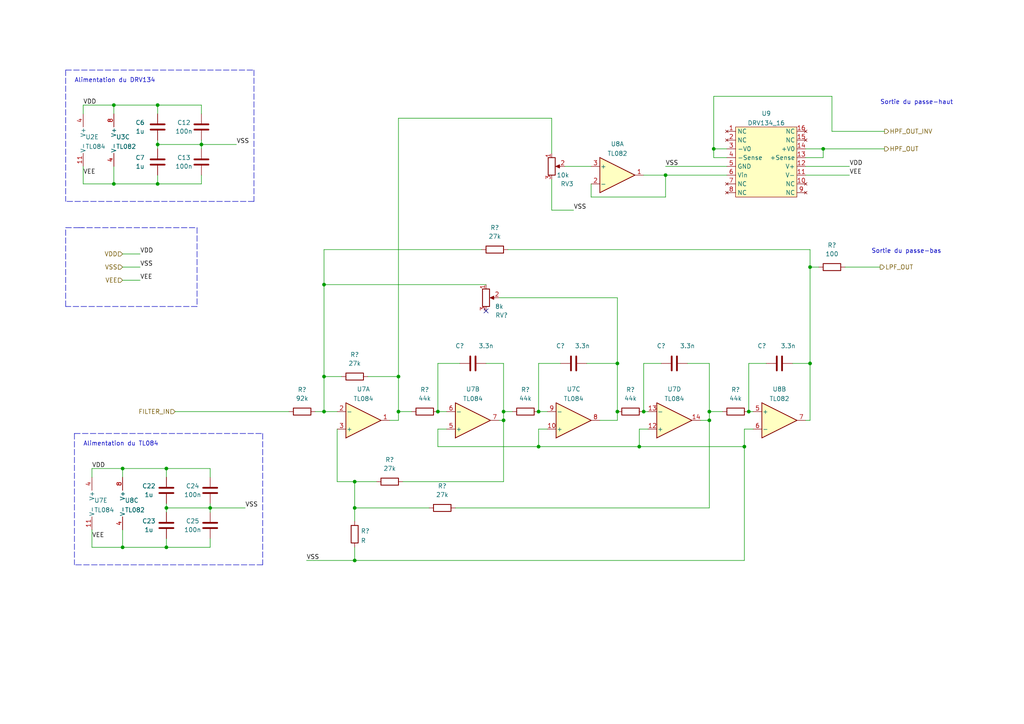
<source format=kicad_sch>
(kicad_sch (version 20211123) (generator eeschema)

  (uuid 9286cf02-1563-41d2-9931-c192c33bab31)

  (paper "A4")

  (title_block
    (title "Embedded Speaker")
    (date "2022-01-24")
    (rev "1.5")
    (company "Université Paul Sabatier")
  )

  (lib_symbols
    (symbol "Amplifier_Operational:TL082" (pin_names (offset 0.127)) (in_bom yes) (on_board yes)
      (property "Reference" "U" (id 0) (at 0 5.08 0)
        (effects (font (size 1.27 1.27)) (justify left))
      )
      (property "Value" "TL082" (id 1) (at 0 -5.08 0)
        (effects (font (size 1.27 1.27)) (justify left))
      )
      (property "Footprint" "" (id 2) (at 0 0 0)
        (effects (font (size 1.27 1.27)) hide)
      )
      (property "Datasheet" "http://www.ti.com/lit/ds/symlink/tl081.pdf" (id 3) (at 0 0 0)
        (effects (font (size 1.27 1.27)) hide)
      )
      (property "ki_locked" "" (id 4) (at 0 0 0)
        (effects (font (size 1.27 1.27)))
      )
      (property "ki_keywords" "dual opamp" (id 5) (at 0 0 0)
        (effects (font (size 1.27 1.27)) hide)
      )
      (property "ki_description" "Dual JFET-Input Operational Amplifiers, DIP-8/SOIC-8/SSOP-8" (id 6) (at 0 0 0)
        (effects (font (size 1.27 1.27)) hide)
      )
      (property "ki_fp_filters" "SOIC*3.9x4.9mm*P1.27mm* DIP*W7.62mm* TO*99* OnSemi*Micro8* TSSOP*3x3mm*P0.65mm* TSSOP*4.4x3mm*P0.65mm* MSOP*3x3mm*P0.65mm* SSOP*3.9x4.9mm*P0.635mm* LFCSP*2x2mm*P0.5mm* *SIP* SOIC*5.3x6.2mm*P1.27mm*" (id 7) (at 0 0 0)
        (effects (font (size 1.27 1.27)) hide)
      )
      (symbol "TL082_1_1"
        (polyline
          (pts
            (xy -5.08 5.08)
            (xy 5.08 0)
            (xy -5.08 -5.08)
            (xy -5.08 5.08)
          )
          (stroke (width 0.254) (type default) (color 0 0 0 0))
          (fill (type background))
        )
        (pin output line (at 7.62 0 180) (length 2.54)
          (name "~" (effects (font (size 1.27 1.27))))
          (number "1" (effects (font (size 1.27 1.27))))
        )
        (pin input line (at -7.62 -2.54 0) (length 2.54)
          (name "-" (effects (font (size 1.27 1.27))))
          (number "2" (effects (font (size 1.27 1.27))))
        )
        (pin input line (at -7.62 2.54 0) (length 2.54)
          (name "+" (effects (font (size 1.27 1.27))))
          (number "3" (effects (font (size 1.27 1.27))))
        )
      )
      (symbol "TL082_2_1"
        (polyline
          (pts
            (xy -5.08 5.08)
            (xy 5.08 0)
            (xy -5.08 -5.08)
            (xy -5.08 5.08)
          )
          (stroke (width 0.254) (type default) (color 0 0 0 0))
          (fill (type background))
        )
        (pin input line (at -7.62 2.54 0) (length 2.54)
          (name "+" (effects (font (size 1.27 1.27))))
          (number "5" (effects (font (size 1.27 1.27))))
        )
        (pin input line (at -7.62 -2.54 0) (length 2.54)
          (name "-" (effects (font (size 1.27 1.27))))
          (number "6" (effects (font (size 1.27 1.27))))
        )
        (pin output line (at 7.62 0 180) (length 2.54)
          (name "~" (effects (font (size 1.27 1.27))))
          (number "7" (effects (font (size 1.27 1.27))))
        )
      )
      (symbol "TL082_3_1"
        (pin power_in line (at -2.54 -7.62 90) (length 3.81)
          (name "V-" (effects (font (size 1.27 1.27))))
          (number "4" (effects (font (size 1.27 1.27))))
        )
        (pin power_in line (at -2.54 7.62 270) (length 3.81)
          (name "V+" (effects (font (size 1.27 1.27))))
          (number "8" (effects (font (size 1.27 1.27))))
        )
      )
    )
    (symbol "Amplifier_Operational:TL084" (pin_names (offset 0.127)) (in_bom yes) (on_board yes)
      (property "Reference" "U" (id 0) (at 0 5.08 0)
        (effects (font (size 1.27 1.27)) (justify left))
      )
      (property "Value" "TL084" (id 1) (at 0 -5.08 0)
        (effects (font (size 1.27 1.27)) (justify left))
      )
      (property "Footprint" "" (id 2) (at -1.27 2.54 0)
        (effects (font (size 1.27 1.27)) hide)
      )
      (property "Datasheet" "http://www.ti.com/lit/ds/symlink/tl081.pdf" (id 3) (at 1.27 5.08 0)
        (effects (font (size 1.27 1.27)) hide)
      )
      (property "ki_locked" "" (id 4) (at 0 0 0)
        (effects (font (size 1.27 1.27)))
      )
      (property "ki_keywords" "quad opamp" (id 5) (at 0 0 0)
        (effects (font (size 1.27 1.27)) hide)
      )
      (property "ki_description" "Quad JFET-Input Operational Amplifiers, DIP-14/SOIC-14/SSOP-14" (id 6) (at 0 0 0)
        (effects (font (size 1.27 1.27)) hide)
      )
      (property "ki_fp_filters" "SOIC*3.9x8.7mm*P1.27mm* DIP*W7.62mm* TSSOP*4.4x5mm*P0.65mm* SSOP*5.3x6.2mm*P0.65mm* MSOP*3x3mm*P0.5mm*" (id 7) (at 0 0 0)
        (effects (font (size 1.27 1.27)) hide)
      )
      (symbol "TL084_1_1"
        (polyline
          (pts
            (xy -5.08 5.08)
            (xy 5.08 0)
            (xy -5.08 -5.08)
            (xy -5.08 5.08)
          )
          (stroke (width 0.254) (type default) (color 0 0 0 0))
          (fill (type background))
        )
        (pin output line (at 7.62 0 180) (length 2.54)
          (name "~" (effects (font (size 1.27 1.27))))
          (number "1" (effects (font (size 1.27 1.27))))
        )
        (pin input line (at -7.62 -2.54 0) (length 2.54)
          (name "-" (effects (font (size 1.27 1.27))))
          (number "2" (effects (font (size 1.27 1.27))))
        )
        (pin input line (at -7.62 2.54 0) (length 2.54)
          (name "+" (effects (font (size 1.27 1.27))))
          (number "3" (effects (font (size 1.27 1.27))))
        )
      )
      (symbol "TL084_2_1"
        (polyline
          (pts
            (xy -5.08 5.08)
            (xy 5.08 0)
            (xy -5.08 -5.08)
            (xy -5.08 5.08)
          )
          (stroke (width 0.254) (type default) (color 0 0 0 0))
          (fill (type background))
        )
        (pin input line (at -7.62 2.54 0) (length 2.54)
          (name "+" (effects (font (size 1.27 1.27))))
          (number "5" (effects (font (size 1.27 1.27))))
        )
        (pin input line (at -7.62 -2.54 0) (length 2.54)
          (name "-" (effects (font (size 1.27 1.27))))
          (number "6" (effects (font (size 1.27 1.27))))
        )
        (pin output line (at 7.62 0 180) (length 2.54)
          (name "~" (effects (font (size 1.27 1.27))))
          (number "7" (effects (font (size 1.27 1.27))))
        )
      )
      (symbol "TL084_3_1"
        (polyline
          (pts
            (xy -5.08 5.08)
            (xy 5.08 0)
            (xy -5.08 -5.08)
            (xy -5.08 5.08)
          )
          (stroke (width 0.254) (type default) (color 0 0 0 0))
          (fill (type background))
        )
        (pin input line (at -7.62 2.54 0) (length 2.54)
          (name "+" (effects (font (size 1.27 1.27))))
          (number "10" (effects (font (size 1.27 1.27))))
        )
        (pin output line (at 7.62 0 180) (length 2.54)
          (name "~" (effects (font (size 1.27 1.27))))
          (number "8" (effects (font (size 1.27 1.27))))
        )
        (pin input line (at -7.62 -2.54 0) (length 2.54)
          (name "-" (effects (font (size 1.27 1.27))))
          (number "9" (effects (font (size 1.27 1.27))))
        )
      )
      (symbol "TL084_4_1"
        (polyline
          (pts
            (xy -5.08 5.08)
            (xy 5.08 0)
            (xy -5.08 -5.08)
            (xy -5.08 5.08)
          )
          (stroke (width 0.254) (type default) (color 0 0 0 0))
          (fill (type background))
        )
        (pin input line (at -7.62 2.54 0) (length 2.54)
          (name "+" (effects (font (size 1.27 1.27))))
          (number "12" (effects (font (size 1.27 1.27))))
        )
        (pin input line (at -7.62 -2.54 0) (length 2.54)
          (name "-" (effects (font (size 1.27 1.27))))
          (number "13" (effects (font (size 1.27 1.27))))
        )
        (pin output line (at 7.62 0 180) (length 2.54)
          (name "~" (effects (font (size 1.27 1.27))))
          (number "14" (effects (font (size 1.27 1.27))))
        )
      )
      (symbol "TL084_5_1"
        (pin power_in line (at -2.54 -7.62 90) (length 3.81)
          (name "V-" (effects (font (size 1.27 1.27))))
          (number "11" (effects (font (size 1.27 1.27))))
        )
        (pin power_in line (at -2.54 7.62 270) (length 3.81)
          (name "V+" (effects (font (size 1.27 1.27))))
          (number "4" (effects (font (size 1.27 1.27))))
        )
      )
    )
    (symbol "Device:C" (pin_numbers hide) (pin_names (offset 0.254)) (in_bom yes) (on_board yes)
      (property "Reference" "C" (id 0) (at 0.635 2.54 0)
        (effects (font (size 1.27 1.27)) (justify left))
      )
      (property "Value" "C" (id 1) (at 0.635 -2.54 0)
        (effects (font (size 1.27 1.27)) (justify left))
      )
      (property "Footprint" "" (id 2) (at 0.9652 -3.81 0)
        (effects (font (size 1.27 1.27)) hide)
      )
      (property "Datasheet" "~" (id 3) (at 0 0 0)
        (effects (font (size 1.27 1.27)) hide)
      )
      (property "ki_keywords" "cap capacitor" (id 4) (at 0 0 0)
        (effects (font (size 1.27 1.27)) hide)
      )
      (property "ki_description" "Unpolarized capacitor" (id 5) (at 0 0 0)
        (effects (font (size 1.27 1.27)) hide)
      )
      (property "ki_fp_filters" "C_*" (id 6) (at 0 0 0)
        (effects (font (size 1.27 1.27)) hide)
      )
      (symbol "C_0_1"
        (polyline
          (pts
            (xy -2.032 -0.762)
            (xy 2.032 -0.762)
          )
          (stroke (width 0.508) (type default) (color 0 0 0 0))
          (fill (type none))
        )
        (polyline
          (pts
            (xy -2.032 0.762)
            (xy 2.032 0.762)
          )
          (stroke (width 0.508) (type default) (color 0 0 0 0))
          (fill (type none))
        )
      )
      (symbol "C_1_1"
        (pin passive line (at 0 3.81 270) (length 2.794)
          (name "~" (effects (font (size 1.27 1.27))))
          (number "1" (effects (font (size 1.27 1.27))))
        )
        (pin passive line (at 0 -3.81 90) (length 2.794)
          (name "~" (effects (font (size 1.27 1.27))))
          (number "2" (effects (font (size 1.27 1.27))))
        )
      )
    )
    (symbol "Device:R" (pin_numbers hide) (pin_names (offset 0)) (in_bom yes) (on_board yes)
      (property "Reference" "R" (id 0) (at 2.032 0 90)
        (effects (font (size 1.27 1.27)))
      )
      (property "Value" "R" (id 1) (at 0 0 90)
        (effects (font (size 1.27 1.27)))
      )
      (property "Footprint" "" (id 2) (at -1.778 0 90)
        (effects (font (size 1.27 1.27)) hide)
      )
      (property "Datasheet" "~" (id 3) (at 0 0 0)
        (effects (font (size 1.27 1.27)) hide)
      )
      (property "ki_keywords" "R res resistor" (id 4) (at 0 0 0)
        (effects (font (size 1.27 1.27)) hide)
      )
      (property "ki_description" "Resistor" (id 5) (at 0 0 0)
        (effects (font (size 1.27 1.27)) hide)
      )
      (property "ki_fp_filters" "R_*" (id 6) (at 0 0 0)
        (effects (font (size 1.27 1.27)) hide)
      )
      (symbol "R_0_1"
        (rectangle (start -1.016 -2.54) (end 1.016 2.54)
          (stroke (width 0.254) (type default) (color 0 0 0 0))
          (fill (type none))
        )
      )
      (symbol "R_1_1"
        (pin passive line (at 0 3.81 270) (length 1.27)
          (name "~" (effects (font (size 1.27 1.27))))
          (number "1" (effects (font (size 1.27 1.27))))
        )
        (pin passive line (at 0 -3.81 90) (length 1.27)
          (name "~" (effects (font (size 1.27 1.27))))
          (number "2" (effects (font (size 1.27 1.27))))
        )
      )
    )
    (symbol "Device:R_Potentiometer" (pin_names (offset 1.016) hide) (in_bom yes) (on_board yes)
      (property "Reference" "RV" (id 0) (at -4.445 0 90)
        (effects (font (size 1.27 1.27)))
      )
      (property "Value" "R_Potentiometer" (id 1) (at -2.54 0 90)
        (effects (font (size 1.27 1.27)))
      )
      (property "Footprint" "" (id 2) (at 0 0 0)
        (effects (font (size 1.27 1.27)) hide)
      )
      (property "Datasheet" "~" (id 3) (at 0 0 0)
        (effects (font (size 1.27 1.27)) hide)
      )
      (property "ki_keywords" "resistor variable" (id 4) (at 0 0 0)
        (effects (font (size 1.27 1.27)) hide)
      )
      (property "ki_description" "Potentiometer" (id 5) (at 0 0 0)
        (effects (font (size 1.27 1.27)) hide)
      )
      (property "ki_fp_filters" "Potentiometer*" (id 6) (at 0 0 0)
        (effects (font (size 1.27 1.27)) hide)
      )
      (symbol "R_Potentiometer_0_1"
        (polyline
          (pts
            (xy 2.54 0)
            (xy 1.524 0)
          )
          (stroke (width 0) (type default) (color 0 0 0 0))
          (fill (type none))
        )
        (polyline
          (pts
            (xy 1.143 0)
            (xy 2.286 0.508)
            (xy 2.286 -0.508)
            (xy 1.143 0)
          )
          (stroke (width 0) (type default) (color 0 0 0 0))
          (fill (type outline))
        )
        (rectangle (start 1.016 2.54) (end -1.016 -2.54)
          (stroke (width 0.254) (type default) (color 0 0 0 0))
          (fill (type none))
        )
      )
      (symbol "R_Potentiometer_1_1"
        (pin passive line (at 0 3.81 270) (length 1.27)
          (name "1" (effects (font (size 1.27 1.27))))
          (number "1" (effects (font (size 1.27 1.27))))
        )
        (pin passive line (at 3.81 0 180) (length 1.27)
          (name "2" (effects (font (size 1.27 1.27))))
          (number "2" (effects (font (size 1.27 1.27))))
        )
        (pin passive line (at 0 -3.81 90) (length 1.27)
          (name "3" (effects (font (size 1.27 1.27))))
          (number "3" (effects (font (size 1.27 1.27))))
        )
      )
    )
    (symbol "drv134:DRV134_16" (in_bom yes) (on_board yes)
      (property "Reference" "U" (id 0) (at 0 0 0)
        (effects (font (size 1.27 1.27)))
      )
      (property "Value" "DRV134_16" (id 1) (at 0 2.54 0)
        (effects (font (size 1.27 1.27)))
      )
      (property "Footprint" "" (id 2) (at 0 0 0)
        (effects (font (size 1.27 1.27)) hide)
      )
      (property "Datasheet" "" (id 3) (at 0 0 0)
        (effects (font (size 1.27 1.27)) hide)
      )
      (symbol "DRV134_16_0_1"
        (rectangle (start -8.89 -2.54) (end 8.89 -22.86)
          (stroke (width 0.1524) (type default) (color 0 0 0 0))
          (fill (type background))
        )
      )
      (symbol "DRV134_16_1_1"
        (pin no_connect line (at -11.43 -3.81 0) (length 2.54)
          (name "NC" (effects (font (size 1.27 1.27))))
          (number "1" (effects (font (size 1.27 1.27))))
        )
        (pin no_connect line (at 11.43 -19.05 180) (length 2.54)
          (name "NC" (effects (font (size 1.27 1.27))))
          (number "10" (effects (font (size 1.27 1.27))))
        )
        (pin power_in line (at 11.43 -16.51 180) (length 2.54)
          (name "V-" (effects (font (size 1.27 1.27))))
          (number "11" (effects (font (size 1.27 1.27))))
        )
        (pin power_in line (at 11.43 -13.97 180) (length 2.54)
          (name "V+" (effects (font (size 1.27 1.27))))
          (number "12" (effects (font (size 1.27 1.27))))
        )
        (pin power_in line (at 11.43 -11.43 180) (length 2.54)
          (name "+Sense" (effects (font (size 1.27 1.27))))
          (number "13" (effects (font (size 1.27 1.27))))
        )
        (pin input line (at 11.43 -8.89 180) (length 2.54)
          (name "+V0" (effects (font (size 1.27 1.27))))
          (number "14" (effects (font (size 1.27 1.27))))
        )
        (pin no_connect line (at 11.43 -6.35 180) (length 2.54)
          (name "NC" (effects (font (size 1.27 1.27))))
          (number "15" (effects (font (size 1.27 1.27))))
        )
        (pin no_connect line (at 11.43 -3.81 180) (length 2.54)
          (name "NC" (effects (font (size 1.27 1.27))))
          (number "16" (effects (font (size 1.27 1.27))))
        )
        (pin no_connect line (at -11.43 -6.35 0) (length 2.54)
          (name "NC" (effects (font (size 1.27 1.27))))
          (number "2" (effects (font (size 1.27 1.27))))
        )
        (pin input line (at -11.43 -8.89 0) (length 2.54)
          (name "-V0" (effects (font (size 1.27 1.27))))
          (number "3" (effects (font (size 1.27 1.27))))
        )
        (pin input line (at -11.43 -11.43 0) (length 2.54)
          (name "-Sense" (effects (font (size 1.27 1.27))))
          (number "4" (effects (font (size 1.27 1.27))))
        )
        (pin power_in line (at -11.43 -13.97 0) (length 2.54)
          (name "GND" (effects (font (size 1.27 1.27))))
          (number "5" (effects (font (size 1.27 1.27))))
        )
        (pin power_in line (at -11.43 -16.51 0) (length 2.54)
          (name "Vin" (effects (font (size 1.27 1.27))))
          (number "6" (effects (font (size 1.27 1.27))))
        )
        (pin no_connect line (at -11.43 -19.05 0) (length 2.54)
          (name "NC" (effects (font (size 1.27 1.27))))
          (number "7" (effects (font (size 1.27 1.27))))
        )
        (pin no_connect line (at -11.43 -21.59 0) (length 2.54)
          (name "NC" (effects (font (size 1.27 1.27))))
          (number "8" (effects (font (size 1.27 1.27))))
        )
        (pin no_connect line (at 11.43 -21.59 180) (length 2.54)
          (name "NC" (effects (font (size 1.27 1.27))))
          (number "9" (effects (font (size 1.27 1.27))))
        )
      )
    )
  )

  (junction (at 156.21 129.54) (diameter 0) (color 0 0 0 0)
    (uuid 03aa2bcc-1ae9-4c96-b029-3b6dbbb72a86)
  )
  (junction (at 102.87 139.7) (diameter 0) (color 0 0 0 0)
    (uuid 064b949f-5c0e-4654-af0f-62df5bdf0e1d)
  )
  (junction (at 35.56 135.89) (diameter 0) (color 0 0 0 0)
    (uuid 071b73ea-8ca8-4b51-981d-71989c4312c5)
  )
  (junction (at 93.98 82.55) (diameter 0) (color 0 0 0 0)
    (uuid 0be6136f-8097-4e11-bfa6-f1a370a5cb54)
  )
  (junction (at 48.26 147.32) (diameter 0) (color 0 0 0 0)
    (uuid 169dcf74-85d5-4e6c-a3bc-90f2945bb794)
  )
  (junction (at 238.76 43.18) (diameter 0) (color 0 0 0 0)
    (uuid 225ac88d-0c2d-42c2-a168-d87bb29e06d3)
  )
  (junction (at 48.26 135.89) (diameter 0) (color 0 0 0 0)
    (uuid 2ed8c1f3-b5f1-4127-9cd7-d0fd5cace11f)
  )
  (junction (at 93.98 109.22) (diameter 0) (color 0 0 0 0)
    (uuid 323acd1c-e6cd-4b12-921a-9792a4688b8a)
  )
  (junction (at 33.02 53.34) (diameter 0) (color 0 0 0 0)
    (uuid 36c7c469-60bb-48c7-982e-0036906bc298)
  )
  (junction (at 205.74 119.38) (diameter 0) (color 0 0 0 0)
    (uuid 55382ec3-2718-4359-897b-ddcc59fb0dfa)
  )
  (junction (at 207.01 43.18) (diameter 0) (color 0 0 0 0)
    (uuid 5747c2ba-9e4d-4b06-9409-a16e849d5d79)
  )
  (junction (at 185.42 129.54) (diameter 0) (color 0 0 0 0)
    (uuid 58f6182d-571e-4f19-b4c3-46c5f334d99c)
  )
  (junction (at 186.69 119.38) (diameter 0) (color 0 0 0 0)
    (uuid 61048aa9-65c3-4c5f-bb02-b440e26fe241)
  )
  (junction (at 179.07 105.41) (diameter 0) (color 0 0 0 0)
    (uuid 63e70932-9c66-448a-9f5e-082efda85081)
  )
  (junction (at 115.57 119.38) (diameter 0) (color 0 0 0 0)
    (uuid 641f328f-77ff-4273-9d58-1b3c27438c51)
  )
  (junction (at 205.74 121.92) (diameter 0) (color 0 0 0 0)
    (uuid 64bf93d6-8531-4839-a3c7-5d57bdbb1bc8)
  )
  (junction (at 156.21 119.38) (diameter 0) (color 0 0 0 0)
    (uuid 64fea2eb-811f-4bd4-8954-9713aa519d19)
  )
  (junction (at 45.72 53.34) (diameter 0) (color 0 0 0 0)
    (uuid 6df55046-a978-4d46-8962-9a262243c906)
  )
  (junction (at 93.98 119.38) (diameter 0) (color 0 0 0 0)
    (uuid 71aa2d25-bf64-412b-81bc-337beb41af3f)
  )
  (junction (at 60.96 147.32) (diameter 0) (color 0 0 0 0)
    (uuid 7c873235-6cce-46e9-9343-7b2a4c3734fe)
  )
  (junction (at 193.04 50.8) (diameter 0) (color 0 0 0 0)
    (uuid 7eab87e2-5c13-4e2b-8571-f8d8fddc4451)
  )
  (junction (at 102.87 147.32) (diameter 0) (color 0 0 0 0)
    (uuid 7f41afcc-4b2f-4fa3-9b1f-967170ea7d2b)
  )
  (junction (at 45.72 30.48) (diameter 0) (color 0 0 0 0)
    (uuid 9d1c81a2-9400-4f1c-a951-de438f99352c)
  )
  (junction (at 146.05 121.92) (diameter 0) (color 0 0 0 0)
    (uuid abb86b96-9587-45a0-b3a5-416f333ddbc9)
  )
  (junction (at 45.72 41.91) (diameter 0) (color 0 0 0 0)
    (uuid ad3a915f-5de1-4001-8c98-50b9ad1c16c2)
  )
  (junction (at 146.05 119.38) (diameter 0) (color 0 0 0 0)
    (uuid af9d19f1-552f-4207-abaf-cc5838df8ddb)
  )
  (junction (at 234.95 105.41) (diameter 0) (color 0 0 0 0)
    (uuid b2080b6a-443a-4cf7-bfc8-b603361334e7)
  )
  (junction (at 35.56 158.75) (diameter 0) (color 0 0 0 0)
    (uuid b46dccb1-f395-4251-ba92-5c4e90d06bff)
  )
  (junction (at 234.95 77.47) (diameter 0) (color 0 0 0 0)
    (uuid b8e43139-92ef-46ee-b373-5160515a3233)
  )
  (junction (at 58.42 41.91) (diameter 0) (color 0 0 0 0)
    (uuid bf64cef8-721e-4f8e-a816-09c0bdf18e9c)
  )
  (junction (at 127 119.38) (diameter 0) (color 0 0 0 0)
    (uuid cdffc01f-3e31-4842-bcf1-853b13633f70)
  )
  (junction (at 33.02 30.48) (diameter 0) (color 0 0 0 0)
    (uuid de807ab4-5fa1-4f12-b136-5b6645d9da41)
  )
  (junction (at 48.26 158.75) (diameter 0) (color 0 0 0 0)
    (uuid e01b8de2-525c-4921-82d3-9745fc11ffd4)
  )
  (junction (at 217.17 119.38) (diameter 0) (color 0 0 0 0)
    (uuid e0ee7451-2274-40bd-9d0e-3694783283d1)
  )
  (junction (at 115.57 109.22) (diameter 0) (color 0 0 0 0)
    (uuid e24d5b1b-9967-4dea-88ef-bfd8d8e162df)
  )
  (junction (at 179.07 119.38) (diameter 0) (color 0 0 0 0)
    (uuid ed6d254b-55fd-4db4-aaa2-82843bd89656)
  )
  (junction (at 102.87 162.56) (diameter 0) (color 0 0 0 0)
    (uuid f09c56a6-c92d-493d-8efd-02a31573d05d)
  )
  (junction (at 215.9 129.54) (diameter 0) (color 0 0 0 0)
    (uuid f2e6d50c-c912-49cf-bb6d-a28925b41f57)
  )

  (no_connect (at 140.97 90.17) (uuid 860f245f-211c-4e13-9bbc-ca4b223eb73e))

  (wire (pts (xy 24.13 48.26) (xy 24.13 53.34))
    (stroke (width 0) (type default) (color 0 0 0 0))
    (uuid 0463997a-3321-41fd-947b-82f845656cea)
  )
  (wire (pts (xy 144.78 86.36) (xy 179.07 86.36))
    (stroke (width 0) (type default) (color 0 0 0 0))
    (uuid 04764f72-53e5-454c-9d88-97fdbc357c55)
  )
  (polyline (pts (xy 21.59 125.73) (xy 21.59 163.83))
    (stroke (width 0) (type default) (color 0 0 0 0))
    (uuid 097fe740-3fae-46f7-a3fc-94d0e79ef93c)
  )

  (wire (pts (xy 60.96 135.89) (xy 60.96 138.43))
    (stroke (width 0) (type default) (color 0 0 0 0))
    (uuid 0a1b65b0-9409-4a1f-a474-14412fa4d9ea)
  )
  (wire (pts (xy 207.01 45.72) (xy 207.01 43.18))
    (stroke (width 0) (type default) (color 0 0 0 0))
    (uuid 0ec358ff-a25c-4719-89c4-cd0be9a34a46)
  )
  (wire (pts (xy 233.68 50.8) (xy 246.38 50.8))
    (stroke (width 0) (type default) (color 0 0 0 0))
    (uuid 14e8eac7-86a5-4a51-aa4d-44cd636c4d0e)
  )
  (wire (pts (xy 241.3 27.94) (xy 241.3 38.1))
    (stroke (width 0) (type default) (color 0 0 0 0))
    (uuid 15012f53-071f-4e03-b103-bdc24e2c7991)
  )
  (wire (pts (xy 93.98 109.22) (xy 93.98 119.38))
    (stroke (width 0) (type default) (color 0 0 0 0))
    (uuid 15089543-6ac6-49b0-b976-f4e70395fcf0)
  )
  (wire (pts (xy 60.96 147.32) (xy 71.12 147.32))
    (stroke (width 0) (type default) (color 0 0 0 0))
    (uuid 15b333df-badf-4c68-8ec6-79650a34feab)
  )
  (wire (pts (xy 33.02 30.48) (xy 33.02 33.02))
    (stroke (width 0) (type default) (color 0 0 0 0))
    (uuid 1cb966a3-4049-4ba4-87c1-67ee167074ed)
  )
  (wire (pts (xy 50.8 119.38) (xy 83.82 119.38))
    (stroke (width 0) (type default) (color 0 0 0 0))
    (uuid 1e3acd57-7664-4464-b359-0217e8a99a65)
  )
  (wire (pts (xy 179.07 86.36) (xy 179.07 105.41))
    (stroke (width 0) (type default) (color 0 0 0 0))
    (uuid 200dbe50-9aac-4bfb-a3f5-9ca7a4f020df)
  )
  (wire (pts (xy 229.87 105.41) (xy 234.95 105.41))
    (stroke (width 0) (type default) (color 0 0 0 0))
    (uuid 20a4a7cc-2aac-471f-8712-1e2566fc4ab0)
  )
  (wire (pts (xy 127 105.41) (xy 127 119.38))
    (stroke (width 0) (type default) (color 0 0 0 0))
    (uuid 22294dc6-12c6-45f3-9660-377e0dca3249)
  )
  (wire (pts (xy 193.04 50.8) (xy 210.82 50.8))
    (stroke (width 0) (type default) (color 0 0 0 0))
    (uuid 23113a70-d214-4709-9b40-aaac864699f9)
  )
  (polyline (pts (xy 57.15 66.04) (xy 57.15 88.9))
    (stroke (width 0) (type default) (color 0 0 0 0))
    (uuid 290553cd-cbe1-4328-b005-ea28ff001af3)
  )

  (wire (pts (xy 97.79 124.46) (xy 97.79 139.7))
    (stroke (width 0) (type default) (color 0 0 0 0))
    (uuid 2920902b-e3b2-4833-837d-87f2315a9865)
  )
  (polyline (pts (xy 19.05 20.32) (xy 19.05 58.42))
    (stroke (width 0) (type default) (color 0 0 0 0))
    (uuid 29444620-ba30-413d-814e-e51b7bdd70d0)
  )
  (polyline (pts (xy 19.05 88.9) (xy 19.05 66.04))
    (stroke (width 0) (type default) (color 0 0 0 0))
    (uuid 2a142531-bd13-4321-a287-1d7ffeb4b3c1)
  )

  (wire (pts (xy 146.05 105.41) (xy 146.05 119.38))
    (stroke (width 0) (type default) (color 0 0 0 0))
    (uuid 2cc70fac-c5be-46d8-9d8e-bac3e845c8d1)
  )
  (wire (pts (xy 156.21 129.54) (xy 185.42 129.54))
    (stroke (width 0) (type default) (color 0 0 0 0))
    (uuid 2e9dbd9e-bbcb-4629-98bb-593acf089c1f)
  )
  (wire (pts (xy 58.42 53.34) (xy 45.72 53.34))
    (stroke (width 0) (type default) (color 0 0 0 0))
    (uuid 31b66411-db87-41b3-9e7f-012a70f457b6)
  )
  (wire (pts (xy 58.42 40.64) (xy 58.42 41.91))
    (stroke (width 0) (type default) (color 0 0 0 0))
    (uuid 33963930-4375-4ac5-9550-bc344412f4bc)
  )
  (wire (pts (xy 186.69 105.41) (xy 186.69 119.38))
    (stroke (width 0) (type default) (color 0 0 0 0))
    (uuid 38bbdd36-fa2b-4e6a-884b-ec75011351bd)
  )
  (wire (pts (xy 133.35 105.41) (xy 127 105.41))
    (stroke (width 0) (type default) (color 0 0 0 0))
    (uuid 3981e74a-4b44-4aad-9adb-db171bcc7f4f)
  )
  (wire (pts (xy 205.74 119.38) (xy 205.74 121.92))
    (stroke (width 0) (type default) (color 0 0 0 0))
    (uuid 3d68cc38-80e5-46fb-8884-c7cf24c5d998)
  )
  (wire (pts (xy 115.57 119.38) (xy 115.57 121.92))
    (stroke (width 0) (type default) (color 0 0 0 0))
    (uuid 3e690014-6260-403c-ae43-9c6d628e2ace)
  )
  (wire (pts (xy 203.2 121.92) (xy 205.74 121.92))
    (stroke (width 0) (type default) (color 0 0 0 0))
    (uuid 3ebe6020-2ce8-4de8-94bb-e9dd9208b7e7)
  )
  (wire (pts (xy 102.87 147.32) (xy 124.46 147.32))
    (stroke (width 0) (type default) (color 0 0 0 0))
    (uuid 3f413b7f-4457-4847-a39e-7a2c0bfe77f2)
  )
  (wire (pts (xy 210.82 45.72) (xy 207.01 45.72))
    (stroke (width 0) (type default) (color 0 0 0 0))
    (uuid 3f89abcc-9183-497f-a821-4caf84feb029)
  )
  (wire (pts (xy 146.05 119.38) (xy 148.59 119.38))
    (stroke (width 0) (type default) (color 0 0 0 0))
    (uuid 40785a67-b741-47c1-853e-7bf3d186e631)
  )
  (wire (pts (xy 58.42 50.8) (xy 58.42 53.34))
    (stroke (width 0) (type default) (color 0 0 0 0))
    (uuid 40dea755-7133-4612-b9e0-7e8279189bae)
  )
  (wire (pts (xy 48.26 156.21) (xy 48.26 158.75))
    (stroke (width 0) (type default) (color 0 0 0 0))
    (uuid 467a881f-8d33-4e9a-86e4-41bfc6a3952a)
  )
  (wire (pts (xy 199.39 105.41) (xy 205.74 105.41))
    (stroke (width 0) (type default) (color 0 0 0 0))
    (uuid 46c83a31-0c55-4924-a1ad-6dc60c05beee)
  )
  (wire (pts (xy 102.87 151.13) (xy 102.87 147.32))
    (stroke (width 0) (type default) (color 0 0 0 0))
    (uuid 4941837f-e4b9-42aa-8219-65b76ada2d8d)
  )
  (wire (pts (xy 171.45 53.34) (xy 171.45 57.15))
    (stroke (width 0) (type default) (color 0 0 0 0))
    (uuid 4ac569d6-ee54-448b-9bb6-6249a04e833f)
  )
  (wire (pts (xy 215.9 129.54) (xy 215.9 162.56))
    (stroke (width 0) (type default) (color 0 0 0 0))
    (uuid 4bd49142-6345-4495-9987-808fdbb7bb3e)
  )
  (polyline (pts (xy 19.05 66.04) (xy 24.13 66.04))
    (stroke (width 0) (type default) (color 0 0 0 0))
    (uuid 4c824501-485f-41f8-a148-42678881037a)
  )

  (wire (pts (xy 93.98 119.38) (xy 97.79 119.38))
    (stroke (width 0) (type default) (color 0 0 0 0))
    (uuid 4f199f58-cf83-439a-ade8-a832f4a5ab9e)
  )
  (wire (pts (xy 132.08 147.32) (xy 205.74 147.32))
    (stroke (width 0) (type default) (color 0 0 0 0))
    (uuid 4f6f5c88-f168-42b4-b67e-0176f81754e8)
  )
  (wire (pts (xy 48.26 147.32) (xy 48.26 148.59))
    (stroke (width 0) (type default) (color 0 0 0 0))
    (uuid 4fcca8a3-01cb-40b5-8a7b-4b10702f216e)
  )
  (wire (pts (xy 144.78 121.92) (xy 146.05 121.92))
    (stroke (width 0) (type default) (color 0 0 0 0))
    (uuid 54772924-963c-4c6b-bacd-05461493e981)
  )
  (wire (pts (xy 160.02 34.29) (xy 160.02 44.45))
    (stroke (width 0) (type default) (color 0 0 0 0))
    (uuid 5511fb90-0938-4a08-baf4-657e603b780f)
  )
  (wire (pts (xy 170.18 105.41) (xy 179.07 105.41))
    (stroke (width 0) (type default) (color 0 0 0 0))
    (uuid 55dcf39c-cefe-4e77-b74f-863fcbc863b7)
  )
  (wire (pts (xy 234.95 77.47) (xy 237.49 77.47))
    (stroke (width 0) (type default) (color 0 0 0 0))
    (uuid 57da41bd-b386-4865-8a38-50f0007989dd)
  )
  (wire (pts (xy 179.07 119.38) (xy 179.07 121.92))
    (stroke (width 0) (type default) (color 0 0 0 0))
    (uuid 5aa256bf-d096-476b-a842-238ce31c190a)
  )
  (wire (pts (xy 26.67 158.75) (xy 35.56 158.75))
    (stroke (width 0) (type default) (color 0 0 0 0))
    (uuid 5acdc7d8-6aff-4bf1-916c-dacf2a146287)
  )
  (wire (pts (xy 179.07 105.41) (xy 179.07 119.38))
    (stroke (width 0) (type default) (color 0 0 0 0))
    (uuid 5b22606f-4239-4f06-9e09-dc64fb0acd2c)
  )
  (polyline (pts (xy 73.66 58.42) (xy 19.05 58.42))
    (stroke (width 0) (type default) (color 0 0 0 0))
    (uuid 65834ea8-0db4-43df-bd4a-e3252a6a891c)
  )

  (wire (pts (xy 33.02 53.34) (xy 45.72 53.34))
    (stroke (width 0) (type default) (color 0 0 0 0))
    (uuid 673bcded-7458-4d7e-9079-ad6daabae297)
  )
  (wire (pts (xy 160.02 52.07) (xy 160.02 60.96))
    (stroke (width 0) (type default) (color 0 0 0 0))
    (uuid 6953cc6f-062c-43f9-81c1-45b389b573fd)
  )
  (wire (pts (xy 60.96 158.75) (xy 48.26 158.75))
    (stroke (width 0) (type default) (color 0 0 0 0))
    (uuid 6a263fd1-6e14-4411-88b4-d798db17f314)
  )
  (wire (pts (xy 233.68 45.72) (xy 238.76 45.72))
    (stroke (width 0) (type default) (color 0 0 0 0))
    (uuid 6c972b4c-12c6-4eaa-9a12-89ff86acab58)
  )
  (wire (pts (xy 58.42 30.48) (xy 58.42 33.02))
    (stroke (width 0) (type default) (color 0 0 0 0))
    (uuid 6cb3754d-aa48-421d-9a20-257d9cf01b9c)
  )
  (wire (pts (xy 215.9 124.46) (xy 215.9 129.54))
    (stroke (width 0) (type default) (color 0 0 0 0))
    (uuid 6d843901-2b93-4754-b4f4-c4240f60e3a9)
  )
  (wire (pts (xy 102.87 139.7) (xy 109.22 139.7))
    (stroke (width 0) (type default) (color 0 0 0 0))
    (uuid 6e9c376d-6b11-4004-92ad-1f18843f27c3)
  )
  (wire (pts (xy 24.13 30.48) (xy 33.02 30.48))
    (stroke (width 0) (type default) (color 0 0 0 0))
    (uuid 729978e0-711e-4daa-a96d-13fc9a2fc26e)
  )
  (wire (pts (xy 193.04 48.26) (xy 210.82 48.26))
    (stroke (width 0) (type default) (color 0 0 0 0))
    (uuid 72cbafb5-50a1-41c5-94ac-20f3e964e736)
  )
  (wire (pts (xy 48.26 146.05) (xy 48.26 147.32))
    (stroke (width 0) (type default) (color 0 0 0 0))
    (uuid 74f148cf-7c10-46e8-a584-cbcd4744159d)
  )
  (wire (pts (xy 35.56 158.75) (xy 48.26 158.75))
    (stroke (width 0) (type default) (color 0 0 0 0))
    (uuid 76560d6a-cf21-47b7-bc05-5b361cd6b232)
  )
  (wire (pts (xy 35.56 73.66) (xy 40.64 73.66))
    (stroke (width 0) (type default) (color 0 0 0 0))
    (uuid 77f5d2a1-2e9e-4732-81e1-801ab13cabce)
  )
  (wire (pts (xy 156.21 105.41) (xy 156.21 119.38))
    (stroke (width 0) (type default) (color 0 0 0 0))
    (uuid 7beecf44-a057-49b7-ba62-a2a48933ea74)
  )
  (polyline (pts (xy 57.15 88.9) (xy 19.05 88.9))
    (stroke (width 0) (type default) (color 0 0 0 0))
    (uuid 7c373b85-75cb-4ec0-a179-2e9626889625)
  )

  (wire (pts (xy 58.42 41.91) (xy 68.58 41.91))
    (stroke (width 0) (type default) (color 0 0 0 0))
    (uuid 7c91da6c-4791-4767-9fbe-0a9a54acdfb2)
  )
  (wire (pts (xy 115.57 119.38) (xy 119.38 119.38))
    (stroke (width 0) (type default) (color 0 0 0 0))
    (uuid 7cfeed7a-0331-41f5-b2bd-5bcf9c022a65)
  )
  (wire (pts (xy 185.42 124.46) (xy 185.42 129.54))
    (stroke (width 0) (type default) (color 0 0 0 0))
    (uuid 7e81c8aa-9431-4f42-9e9f-599b4c2c408b)
  )
  (wire (pts (xy 113.03 121.92) (xy 115.57 121.92))
    (stroke (width 0) (type default) (color 0 0 0 0))
    (uuid 7fc9a529-3f88-49e9-b0e6-e4d2ef7ceeca)
  )
  (wire (pts (xy 45.72 41.91) (xy 45.72 43.18))
    (stroke (width 0) (type default) (color 0 0 0 0))
    (uuid 81bb89cd-e82d-4187-947e-2a818586ff00)
  )
  (wire (pts (xy 146.05 139.7) (xy 146.05 121.92))
    (stroke (width 0) (type default) (color 0 0 0 0))
    (uuid 83263c27-1872-479e-9b04-1c764cbd3c4e)
  )
  (wire (pts (xy 171.45 57.15) (xy 193.04 57.15))
    (stroke (width 0) (type default) (color 0 0 0 0))
    (uuid 83503f3d-925e-43c0-b62a-bd919087f4da)
  )
  (wire (pts (xy 139.7 72.39) (xy 93.98 72.39))
    (stroke (width 0) (type default) (color 0 0 0 0))
    (uuid 842b7cfb-bf91-4cda-8f98-ef047e316e1d)
  )
  (wire (pts (xy 222.25 105.41) (xy 217.17 105.41))
    (stroke (width 0) (type default) (color 0 0 0 0))
    (uuid 873c74bd-31ba-4f7d-bd27-ec864084dc41)
  )
  (wire (pts (xy 97.79 139.7) (xy 102.87 139.7))
    (stroke (width 0) (type default) (color 0 0 0 0))
    (uuid 87531433-74c8-42b0-b31a-543780b12902)
  )
  (wire (pts (xy 238.76 45.72) (xy 238.76 43.18))
    (stroke (width 0) (type default) (color 0 0 0 0))
    (uuid 8753b6f2-fbf6-4316-b2ca-777575dae653)
  )
  (wire (pts (xy 147.32 72.39) (xy 234.95 72.39))
    (stroke (width 0) (type default) (color 0 0 0 0))
    (uuid 8814d617-5588-4f45-bf74-41d926bf8c83)
  )
  (wire (pts (xy 210.82 43.18) (xy 207.01 43.18))
    (stroke (width 0) (type default) (color 0 0 0 0))
    (uuid 8bf4f56a-71f5-40a7-a5fd-b35d5e87ada9)
  )
  (wire (pts (xy 26.67 153.67) (xy 26.67 158.75))
    (stroke (width 0) (type default) (color 0 0 0 0))
    (uuid 8c4477df-be06-4575-b1c2-ab780ed35c77)
  )
  (wire (pts (xy 217.17 105.41) (xy 217.17 119.38))
    (stroke (width 0) (type default) (color 0 0 0 0))
    (uuid 8d5d7aeb-28a8-4c3b-94b1-e1bcae311da7)
  )
  (wire (pts (xy 241.3 38.1) (xy 256.54 38.1))
    (stroke (width 0) (type default) (color 0 0 0 0))
    (uuid 8d6fd95e-8f0e-4ffe-a866-d1313a450e92)
  )
  (wire (pts (xy 60.96 156.21) (xy 60.96 158.75))
    (stroke (width 0) (type default) (color 0 0 0 0))
    (uuid 8e845e87-1d61-49a1-b8b7-0daf419a168c)
  )
  (wire (pts (xy 60.96 146.05) (xy 60.96 147.32))
    (stroke (width 0) (type default) (color 0 0 0 0))
    (uuid 8e973d2c-fc65-4005-9182-d0db88dd584b)
  )
  (wire (pts (xy 35.56 153.67) (xy 35.56 158.75))
    (stroke (width 0) (type default) (color 0 0 0 0))
    (uuid 8f595a3d-ef11-4c36-bdf0-f8dad010c7a0)
  )
  (wire (pts (xy 140.97 105.41) (xy 146.05 105.41))
    (stroke (width 0) (type default) (color 0 0 0 0))
    (uuid 9145ab47-90ea-43cb-a870-abde3456dbff)
  )
  (wire (pts (xy 48.26 135.89) (xy 60.96 135.89))
    (stroke (width 0) (type default) (color 0 0 0 0))
    (uuid 92a2bba9-8fbe-4bf3-ba83-03c2435505bd)
  )
  (wire (pts (xy 58.42 41.91) (xy 58.42 43.18))
    (stroke (width 0) (type default) (color 0 0 0 0))
    (uuid 939e1604-8447-41b9-a006-2f3ac828ebdc)
  )
  (wire (pts (xy 193.04 57.15) (xy 193.04 50.8))
    (stroke (width 0) (type default) (color 0 0 0 0))
    (uuid 96e19e63-3742-4309-8b04-acbc1032b507)
  )
  (wire (pts (xy 45.72 41.91) (xy 58.42 41.91))
    (stroke (width 0) (type default) (color 0 0 0 0))
    (uuid 9795a70b-dfcf-423e-bbd7-dfd3b6dc43b0)
  )
  (wire (pts (xy 115.57 109.22) (xy 115.57 119.38))
    (stroke (width 0) (type default) (color 0 0 0 0))
    (uuid 984eacb6-8323-4ded-b67b-fb5e78dc9b4f)
  )
  (wire (pts (xy 45.72 50.8) (xy 45.72 53.34))
    (stroke (width 0) (type default) (color 0 0 0 0))
    (uuid 9da7c19d-c2f7-40a0-88a9-d098226e8bff)
  )
  (wire (pts (xy 45.72 30.48) (xy 58.42 30.48))
    (stroke (width 0) (type default) (color 0 0 0 0))
    (uuid 9e6c8aa0-ee32-4261-a314-f27ea9b09427)
  )
  (wire (pts (xy 185.42 129.54) (xy 215.9 129.54))
    (stroke (width 0) (type default) (color 0 0 0 0))
    (uuid 9f546bd9-e85b-4acc-83d6-d78228664e3c)
  )
  (wire (pts (xy 26.67 135.89) (xy 26.67 138.43))
    (stroke (width 0) (type default) (color 0 0 0 0))
    (uuid 9fac8000-58fd-45b5-b5ba-faffaef20c6a)
  )
  (wire (pts (xy 127 124.46) (xy 127 129.54))
    (stroke (width 0) (type default) (color 0 0 0 0))
    (uuid a026f0a0-5e8b-4635-a7bd-40140c0196fa)
  )
  (wire (pts (xy 24.13 30.48) (xy 24.13 33.02))
    (stroke (width 0) (type default) (color 0 0 0 0))
    (uuid a0312311-d1f0-49d6-a7a1-6ee91796f895)
  )
  (wire (pts (xy 93.98 72.39) (xy 93.98 82.55))
    (stroke (width 0) (type default) (color 0 0 0 0))
    (uuid a0874214-bed0-42f0-b884-f690dcf6b09d)
  )
  (wire (pts (xy 186.69 119.38) (xy 187.96 119.38))
    (stroke (width 0) (type default) (color 0 0 0 0))
    (uuid a75140eb-6b11-4197-81a1-c26f384e2085)
  )
  (wire (pts (xy 238.76 43.18) (xy 256.54 43.18))
    (stroke (width 0) (type default) (color 0 0 0 0))
    (uuid a7a2a6b0-a6a8-4108-839c-ebeb20e32f1f)
  )
  (wire (pts (xy 127 129.54) (xy 156.21 129.54))
    (stroke (width 0) (type default) (color 0 0 0 0))
    (uuid a7e81ff3-23fa-405c-958d-0ef5a25cc67a)
  )
  (wire (pts (xy 88.9 162.56) (xy 102.87 162.56))
    (stroke (width 0) (type default) (color 0 0 0 0))
    (uuid ab015a53-60c8-4483-96aa-ca7216711726)
  )
  (polyline (pts (xy 76.2 163.83) (xy 21.59 163.83))
    (stroke (width 0) (type default) (color 0 0 0 0))
    (uuid ab583925-d0cc-466b-821b-adff0fdd6f1a)
  )

  (wire (pts (xy 48.26 147.32) (xy 60.96 147.32))
    (stroke (width 0) (type default) (color 0 0 0 0))
    (uuid ab70d8df-e90a-41ac-b578-f8a8b5a2eee2)
  )
  (wire (pts (xy 60.96 147.32) (xy 60.96 148.59))
    (stroke (width 0) (type default) (color 0 0 0 0))
    (uuid ab949492-dd52-4851-9f8b-af49d8fb82b2)
  )
  (wire (pts (xy 207.01 43.18) (xy 207.01 27.94))
    (stroke (width 0) (type default) (color 0 0 0 0))
    (uuid ad48bdba-9429-482b-b71a-d0efd0d912bc)
  )
  (wire (pts (xy 106.68 109.22) (xy 115.57 109.22))
    (stroke (width 0) (type default) (color 0 0 0 0))
    (uuid b189f980-2467-4de3-b9eb-07f9e8037e23)
  )
  (wire (pts (xy 207.01 27.94) (xy 241.3 27.94))
    (stroke (width 0) (type default) (color 0 0 0 0))
    (uuid b19763bc-23ba-4328-9eb6-8603bd7378c8)
  )
  (wire (pts (xy 173.99 121.92) (xy 179.07 121.92))
    (stroke (width 0) (type default) (color 0 0 0 0))
    (uuid b2247467-fca5-45ec-80a6-694e267e5ecf)
  )
  (wire (pts (xy 234.95 77.47) (xy 234.95 72.39))
    (stroke (width 0) (type default) (color 0 0 0 0))
    (uuid b9bfeb1a-7627-413e-b187-ef4e28bb8a8c)
  )
  (wire (pts (xy 205.74 105.41) (xy 205.74 119.38))
    (stroke (width 0) (type default) (color 0 0 0 0))
    (uuid ba6ddcc1-2647-425e-ab4b-d4ffcf66f14b)
  )
  (wire (pts (xy 187.96 124.46) (xy 185.42 124.46))
    (stroke (width 0) (type default) (color 0 0 0 0))
    (uuid bb22a942-6876-453b-b1d0-d6ba15aa92ae)
  )
  (wire (pts (xy 33.02 30.48) (xy 45.72 30.48))
    (stroke (width 0) (type default) (color 0 0 0 0))
    (uuid bc7d6678-cc48-4b39-9607-9f1b26018837)
  )
  (wire (pts (xy 233.68 121.92) (xy 234.95 121.92))
    (stroke (width 0) (type default) (color 0 0 0 0))
    (uuid bc8a263f-3646-4989-b776-658a3c61eaf4)
  )
  (wire (pts (xy 102.87 147.32) (xy 102.87 139.7))
    (stroke (width 0) (type default) (color 0 0 0 0))
    (uuid bce9a23c-92f3-469b-938e-48f89655ab24)
  )
  (wire (pts (xy 205.74 147.32) (xy 205.74 121.92))
    (stroke (width 0) (type default) (color 0 0 0 0))
    (uuid bd95a309-870c-4809-9b24-f017aa747b39)
  )
  (wire (pts (xy 115.57 34.29) (xy 160.02 34.29))
    (stroke (width 0) (type default) (color 0 0 0 0))
    (uuid bec54006-b91a-409c-a6c4-7c266ba0a0b6)
  )
  (wire (pts (xy 163.83 48.26) (xy 171.45 48.26))
    (stroke (width 0) (type default) (color 0 0 0 0))
    (uuid bf0a8df7-b0e5-4be8-85ac-b456234cf194)
  )
  (polyline (pts (xy 22.86 66.04) (xy 57.15 66.04))
    (stroke (width 0) (type default) (color 0 0 0 0))
    (uuid c191290f-bc84-4050-bce7-751cebfaa34b)
  )

  (wire (pts (xy 215.9 124.46) (xy 218.44 124.46))
    (stroke (width 0) (type default) (color 0 0 0 0))
    (uuid c2394858-3c41-4378-a6c2-4a809c96cac4)
  )
  (wire (pts (xy 115.57 34.29) (xy 115.57 109.22))
    (stroke (width 0) (type default) (color 0 0 0 0))
    (uuid c45f371f-723d-45f4-8770-64fadebc1571)
  )
  (wire (pts (xy 218.44 119.38) (xy 217.17 119.38))
    (stroke (width 0) (type default) (color 0 0 0 0))
    (uuid c9f34d07-ac89-482f-96a8-191db7b518eb)
  )
  (wire (pts (xy 158.75 124.46) (xy 156.21 124.46))
    (stroke (width 0) (type default) (color 0 0 0 0))
    (uuid c9fbe722-6c7a-45c2-a431-1abddccee7bb)
  )
  (wire (pts (xy 127 119.38) (xy 129.54 119.38))
    (stroke (width 0) (type default) (color 0 0 0 0))
    (uuid cf0b71aa-7bc1-45c4-89b8-7c7b0ad4fa56)
  )
  (wire (pts (xy 234.95 121.92) (xy 234.95 105.41))
    (stroke (width 0) (type default) (color 0 0 0 0))
    (uuid d07eed7d-3724-4e92-8605-b446a9e05653)
  )
  (wire (pts (xy 102.87 158.75) (xy 102.87 162.56))
    (stroke (width 0) (type default) (color 0 0 0 0))
    (uuid d3729b86-a825-4b08-9d00-105a6db624b2)
  )
  (polyline (pts (xy 21.59 125.73) (xy 76.2 125.73))
    (stroke (width 0) (type default) (color 0 0 0 0))
    (uuid d5265148-393b-4dcf-8f5c-ffe5d65aac7b)
  )

  (wire (pts (xy 93.98 82.55) (xy 93.98 109.22))
    (stroke (width 0) (type default) (color 0 0 0 0))
    (uuid d5e9feea-539f-4871-8643-91e10de55158)
  )
  (wire (pts (xy 24.13 53.34) (xy 33.02 53.34))
    (stroke (width 0) (type default) (color 0 0 0 0))
    (uuid d744d432-513b-47bf-873d-2f61ccc7642f)
  )
  (wire (pts (xy 45.72 30.48) (xy 45.72 33.02))
    (stroke (width 0) (type default) (color 0 0 0 0))
    (uuid da7d0237-2cb3-41b7-9b1a-ec19de8cd064)
  )
  (wire (pts (xy 156.21 124.46) (xy 156.21 129.54))
    (stroke (width 0) (type default) (color 0 0 0 0))
    (uuid da825d8c-5781-4f0a-8921-176aebc3f4a6)
  )
  (wire (pts (xy 234.95 105.41) (xy 234.95 77.47))
    (stroke (width 0) (type default) (color 0 0 0 0))
    (uuid db9d17b4-a3d7-4b3c-8149-e9b0a3214da0)
  )
  (wire (pts (xy 102.87 162.56) (xy 215.9 162.56))
    (stroke (width 0) (type default) (color 0 0 0 0))
    (uuid dc60e94c-aadb-47cc-a8fe-dc8ff23681f7)
  )
  (wire (pts (xy 35.56 135.89) (xy 35.56 138.43))
    (stroke (width 0) (type default) (color 0 0 0 0))
    (uuid e0c37eb1-f6a1-4768-bb06-3fc221993f50)
  )
  (wire (pts (xy 35.56 81.28) (xy 40.64 81.28))
    (stroke (width 0) (type default) (color 0 0 0 0))
    (uuid e58a7eb3-037c-4a74-aecd-96a5df6a265b)
  )
  (wire (pts (xy 233.68 43.18) (xy 238.76 43.18))
    (stroke (width 0) (type default) (color 0 0 0 0))
    (uuid e754b2b4-dec8-4ce7-b6b6-64c80c427d3d)
  )
  (wire (pts (xy 91.44 119.38) (xy 93.98 119.38))
    (stroke (width 0) (type default) (color 0 0 0 0))
    (uuid e7584d11-6345-4a6a-8ad6-b52c01a92439)
  )
  (wire (pts (xy 205.74 119.38) (xy 209.55 119.38))
    (stroke (width 0) (type default) (color 0 0 0 0))
    (uuid e8175bd1-d851-48c1-8b9c-a6688da2af88)
  )
  (wire (pts (xy 160.02 60.96) (xy 166.37 60.96))
    (stroke (width 0) (type default) (color 0 0 0 0))
    (uuid ea56922c-89f9-4536-adfe-7c614a88691d)
  )
  (wire (pts (xy 233.68 48.26) (xy 246.38 48.26))
    (stroke (width 0) (type default) (color 0 0 0 0))
    (uuid eaf6db60-0346-40f4-ac70-5e0dc8bf4a12)
  )
  (wire (pts (xy 116.84 139.7) (xy 146.05 139.7))
    (stroke (width 0) (type default) (color 0 0 0 0))
    (uuid eb915c6a-9d81-456d-8076-e498e7a191a2)
  )
  (wire (pts (xy 162.56 105.41) (xy 156.21 105.41))
    (stroke (width 0) (type default) (color 0 0 0 0))
    (uuid ecf8ff76-6c01-433f-af39-9722e6a54502)
  )
  (polyline (pts (xy 73.66 20.32) (xy 73.66 58.42))
    (stroke (width 0) (type default) (color 0 0 0 0))
    (uuid ef8229cf-f33f-4f0f-b703-d043e42c8c16)
  )

  (wire (pts (xy 48.26 135.89) (xy 48.26 138.43))
    (stroke (width 0) (type default) (color 0 0 0 0))
    (uuid efd41940-26ca-451b-878d-61ce162b70bf)
  )
  (wire (pts (xy 146.05 119.38) (xy 146.05 121.92))
    (stroke (width 0) (type default) (color 0 0 0 0))
    (uuid f01b97a8-8fe6-4955-8370-e33ce8347ba1)
  )
  (wire (pts (xy 45.72 40.64) (xy 45.72 41.91))
    (stroke (width 0) (type default) (color 0 0 0 0))
    (uuid f16b3170-14ac-40c7-b74d-3c9363c620da)
  )
  (polyline (pts (xy 76.2 125.73) (xy 76.2 163.83))
    (stroke (width 0) (type default) (color 0 0 0 0))
    (uuid f184667d-4518-4ad8-a9b2-1ad2889e09ff)
  )

  (wire (pts (xy 33.02 48.26) (xy 33.02 53.34))
    (stroke (width 0) (type default) (color 0 0 0 0))
    (uuid f1edcda7-659a-448b-a010-2b4b30da7cbc)
  )
  (wire (pts (xy 156.21 119.38) (xy 158.75 119.38))
    (stroke (width 0) (type default) (color 0 0 0 0))
    (uuid f298ee36-b32a-4f3a-82ae-0cb70a87a04f)
  )
  (wire (pts (xy 191.77 105.41) (xy 186.69 105.41))
    (stroke (width 0) (type default) (color 0 0 0 0))
    (uuid f3796d70-f191-4c36-b236-c2aa9cf6795f)
  )
  (wire (pts (xy 35.56 77.47) (xy 40.64 77.47))
    (stroke (width 0) (type default) (color 0 0 0 0))
    (uuid f50220af-d411-4113-93b1-efdc4cb6abe0)
  )
  (wire (pts (xy 93.98 109.22) (xy 99.06 109.22))
    (stroke (width 0) (type default) (color 0 0 0 0))
    (uuid f9231485-1071-40d1-b081-d8e8d4f9d077)
  )
  (wire (pts (xy 93.98 82.55) (xy 140.97 82.55))
    (stroke (width 0) (type default) (color 0 0 0 0))
    (uuid f9f0ac59-af77-4957-bbc0-5129a16af7c6)
  )
  (wire (pts (xy 186.69 50.8) (xy 193.04 50.8))
    (stroke (width 0) (type default) (color 0 0 0 0))
    (uuid fa8abbdc-86d6-40b8-a741-21f95665ce83)
  )
  (wire (pts (xy 26.67 135.89) (xy 35.56 135.89))
    (stroke (width 0) (type default) (color 0 0 0 0))
    (uuid fb5e7325-9742-4c45-9236-8be204514af2)
  )
  (wire (pts (xy 35.56 135.89) (xy 48.26 135.89))
    (stroke (width 0) (type default) (color 0 0 0 0))
    (uuid fbd64b24-d365-4767-b972-8eb9b5b6372a)
  )
  (wire (pts (xy 245.11 77.47) (xy 255.27 77.47))
    (stroke (width 0) (type default) (color 0 0 0 0))
    (uuid fd16f55b-56dd-44cc-a445-7ffcfc03610b)
  )
  (wire (pts (xy 129.54 124.46) (xy 127 124.46))
    (stroke (width 0) (type default) (color 0 0 0 0))
    (uuid fd5b5c84-fe1b-44de-a943-d8035d6d9b4f)
  )
  (polyline (pts (xy 19.05 20.32) (xy 73.66 20.32))
    (stroke (width 0) (type default) (color 0 0 0 0))
    (uuid ffba303a-b70c-4f6b-9676-73cb48e7d4ed)
  )

  (text "Sortie du passe-haut" (at 255.27 30.48 0)
    (effects (font (size 1.27 1.27)) (justify left bottom))
    (uuid 73843872-5cdb-4bdf-82f9-7b94ee417ffd)
  )
  (text "Alimentation du TL084" (at 24.13 129.54 0)
    (effects (font (size 1.27 1.27)) (justify left bottom))
    (uuid 81fa1962-5a9a-4fde-ace2-6baf3eab52c6)
  )
  (text "Alimentation du DRV134" (at 21.59 24.13 0)
    (effects (font (size 1.27 1.27)) (justify left bottom))
    (uuid 9e590442-5f25-465e-b34e-cec322ca644b)
  )
  (text "Sortie du passe-bas" (at 252.73 73.66 0)
    (effects (font (size 1.27 1.27)) (justify left bottom))
    (uuid bce0ebc9-0902-4f36-9489-5871dc68a712)
  )

  (label "VSS" (at 88.9 162.56 0)
    (effects (font (size 1.27 1.27)) (justify left bottom))
    (uuid 03ee0734-a550-4841-8f81-1a52f708f819)
  )
  (label "VSS" (at 40.64 77.47 0)
    (effects (font (size 1.27 1.27)) (justify left bottom))
    (uuid 132b436e-2fb5-4df8-88c2-5b814fac6f3a)
  )
  (label "VEE" (at 246.38 50.8 0)
    (effects (font (size 1.27 1.27)) (justify left bottom))
    (uuid 13efa71f-92b0-419b-afb8-6575ddb4b67d)
  )
  (label "VEE" (at 24.13 50.8 0)
    (effects (font (size 1.27 1.27)) (justify left bottom))
    (uuid 377dd3d9-0334-478c-bc21-56417e1f6732)
  )
  (label "VDD" (at 24.13 30.48 0)
    (effects (font (size 1.27 1.27)) (justify left bottom))
    (uuid 4f6e27d9-ebf0-4e6c-8168-5b11c2fa5923)
  )
  (label "VSS" (at 193.04 48.26 0)
    (effects (font (size 1.27 1.27)) (justify left bottom))
    (uuid 5ba10dd1-f988-4341-8ed9-c56e1fe90430)
  )
  (label "VSS" (at 166.37 60.96 0)
    (effects (font (size 1.27 1.27)) (justify left bottom))
    (uuid 692d2466-bc2e-412f-8614-671cf9d141a1)
  )
  (label "VDD" (at 246.38 48.26 0)
    (effects (font (size 1.27 1.27)) (justify left bottom))
    (uuid 7625c571-9f20-4661-b896-fda2e16d45b5)
  )
  (label "VEE" (at 40.64 81.28 0)
    (effects (font (size 1.27 1.27)) (justify left bottom))
    (uuid 7e4b96cb-088d-4ea8-a9ce-5c193974bcdf)
  )
  (label "VDD" (at 40.64 73.66 0)
    (effects (font (size 1.27 1.27)) (justify left bottom))
    (uuid 85d9164f-39c8-435b-a527-72278c1514fb)
  )
  (label "VDD" (at 26.67 135.89 0)
    (effects (font (size 1.27 1.27)) (justify left bottom))
    (uuid 9b39bc23-8689-44f8-84b5-aef8378d7fdb)
  )
  (label "VSS" (at 71.12 147.32 0)
    (effects (font (size 1.27 1.27)) (justify left bottom))
    (uuid 9f5b50f1-ec7e-46f5-8a37-845065dfd15a)
  )
  (label "VSS" (at 68.58 41.91 0)
    (effects (font (size 1.27 1.27)) (justify left bottom))
    (uuid 9fb3ba29-a67b-461f-b657-fc1928481fa3)
  )
  (label "VEE" (at 26.67 156.21 0)
    (effects (font (size 1.27 1.27)) (justify left bottom))
    (uuid dbfb3142-94c6-4ac0-8837-6263f7f9d797)
  )

  (hierarchical_label "HPF_OUT" (shape output) (at 256.54 43.18 0)
    (effects (font (size 1.27 1.27)) (justify left))
    (uuid 148287d0-7f0f-4224-b361-b3d470f49d30)
  )
  (hierarchical_label "LPF_OUT" (shape output) (at 255.27 77.47 0)
    (effects (font (size 1.27 1.27)) (justify left))
    (uuid 2f0028e1-7a14-4483-a517-a882aba06537)
  )
  (hierarchical_label "FILTER_IN" (shape input) (at 50.8 119.38 180)
    (effects (font (size 1.27 1.27)) (justify right))
    (uuid 62507e6e-d57c-4047-97f8-0fa5551ce238)
  )
  (hierarchical_label "VDD" (shape input) (at 35.56 73.66 180)
    (effects (font (size 1.27 1.27)) (justify right))
    (uuid 73161a6b-3ff5-4e4a-abba-4a6a7298a21e)
  )
  (hierarchical_label "HPF_OUT_INV" (shape output) (at 256.54 38.1 0)
    (effects (font (size 1.27 1.27)) (justify left))
    (uuid d729e0fc-0eec-4746-993f-acd96661a1bc)
  )
  (hierarchical_label "VEE" (shape input) (at 35.56 81.28 180)
    (effects (font (size 1.27 1.27)) (justify right))
    (uuid d7764635-58fb-46ec-b859-3262d065eb36)
  )
  (hierarchical_label "VSS" (shape input) (at 35.56 77.47 180)
    (effects (font (size 1.27 1.27)) (justify right))
    (uuid e366dd04-d25f-484b-b47f-69e90ba3182b)
  )

  (symbol (lib_id "Device:R") (at 182.88 119.38 90) (unit 1)
    (in_bom yes) (on_board yes) (fields_autoplaced)
    (uuid 008a590c-a485-4884-9974-ba5a4616cbf5)
    (property "Reference" "R25" (id 0) (at 182.88 113.03 90))
    (property "Value" "44k" (id 1) (at 182.88 115.57 90))
    (property "Footprint" "Resistor_SMD:R_0603_1608Metric_Pad0.98x0.95mm_HandSolder" (id 2) (at 182.88 121.158 90)
      (effects (font (size 1.27 1.27)) hide)
    )
    (property "Datasheet" "~" (id 3) (at 182.88 119.38 0)
      (effects (font (size 1.27 1.27)) hide)
    )
    (pin "1" (uuid b3070676-e9d8-4dcd-9bf0-d10afce044ce))
    (pin "2" (uuid d3de8391-d804-49e7-ab17-2c2e0feb809e))
  )

  (symbol (lib_id "Amplifier_Operational:TL084") (at 29.21 146.05 0) (unit 5)
    (in_bom yes) (on_board yes) (fields_autoplaced)
    (uuid 06f5cbe0-dbf1-4f4e-bbad-08f31da5ddbb)
    (property "Reference" "U7" (id 0) (at 27.305 145.1415 0)
      (effects (font (size 1.27 1.27)) (justify left))
    )
    (property "Value" "TL084" (id 1) (at 27.305 147.9166 0)
      (effects (font (size 1.27 1.27)) (justify left))
    )
    (property "Footprint" "Package_SO:SOIC-14_3.9x8.7mm_P1.27mm" (id 2) (at 27.94 143.51 0)
      (effects (font (size 1.27 1.27)) hide)
    )
    (property "Datasheet" "http://www.ti.com/lit/ds/symlink/tl081.pdf" (id 3) (at 30.48 140.97 0)
      (effects (font (size 1.27 1.27)) hide)
    )
    (pin "11" (uuid 0060630d-1a20-426c-9e8e-914e7e8708b1))
    (pin "4" (uuid fc0fff6a-7930-48d0-ab6b-316262bc954a))
  )

  (symbol (lib_id "Device:C") (at 48.26 152.4 180) (unit 1)
    (in_bom yes) (on_board yes)
    (uuid 1135be1a-b423-40a8-a224-74c708280e7b)
    (property "Reference" "C23" (id 0) (at 43.18 151.13 0))
    (property "Value" "1u" (id 1) (at 43.18 153.67 0))
    (property "Footprint" "Capacitor_SMD:C_0603_1608Metric_Pad1.08x0.95mm_HandSolder" (id 2) (at 47.2948 148.59 0)
      (effects (font (size 1.27 1.27)) hide)
    )
    (property "Datasheet" "~" (id 3) (at 48.26 152.4 0)
      (effects (font (size 1.27 1.27)) hide)
    )
    (pin "1" (uuid e4d616ad-88bb-4b95-9501-988b34688c32))
    (pin "2" (uuid bc3e2b46-1d92-4d89-98ee-a86f48022b6c))
  )

  (symbol (lib_id "Amplifier_Operational:TL084") (at 105.41 121.92 0) (mirror x) (unit 1)
    (in_bom yes) (on_board yes) (fields_autoplaced)
    (uuid 12417bb3-56e1-452b-b243-11e466304b31)
    (property "Reference" "U7" (id 0) (at 105.41 112.8735 0))
    (property "Value" "TL084" (id 1) (at 105.41 115.6486 0))
    (property "Footprint" "Package_SO:SOIC-14_3.9x8.7mm_P1.27mm" (id 2) (at 104.14 124.46 0)
      (effects (font (size 1.27 1.27)) hide)
    )
    (property "Datasheet" "http://www.ti.com/lit/ds/symlink/tl081.pdf" (id 3) (at 106.68 127 0)
      (effects (font (size 1.27 1.27)) hide)
    )
    (pin "1" (uuid c894df66-1fe0-412c-98d9-29965ea89b30))
    (pin "2" (uuid ccdfe3c8-7366-49d2-98e3-7aff624ff6b5))
    (pin "3" (uuid a5526636-fd62-4ac7-9917-24cf6dd27e9c))
  )

  (symbol (lib_id "Device:C") (at 45.72 46.99 180) (unit 1)
    (in_bom yes) (on_board yes)
    (uuid 13320b56-3f2a-4756-9c0c-4ebae607e499)
    (property "Reference" "C7" (id 0) (at 40.64 45.72 0))
    (property "Value" "1u" (id 1) (at 40.64 48.26 0))
    (property "Footprint" "Capacitor_SMD:C_0603_1608Metric_Pad1.08x0.95mm_HandSolder" (id 2) (at 44.7548 43.18 0)
      (effects (font (size 1.27 1.27)) hide)
    )
    (property "Datasheet" "~" (id 3) (at 45.72 46.99 0)
      (effects (font (size 1.27 1.27)) hide)
    )
    (pin "1" (uuid 1477f78d-c758-4618-9797-92164d16e623))
    (pin "2" (uuid 52ae5d0f-5fe6-45fb-b091-5e46318701fc))
  )

  (symbol (lib_id "Device:C") (at 166.37 105.41 90) (unit 1)
    (in_bom yes) (on_board yes)
    (uuid 1f0f8398-434b-44d3-8c18-a44097cb884c)
    (property "Reference" "C27" (id 0) (at 162.56 100.33 90))
    (property "Value" "3.3n" (id 1) (at 168.91 100.33 90))
    (property "Footprint" "Capacitor_SMD:C_0402_1005Metric_Pad0.74x0.62mm_HandSolder" (id 2) (at 170.18 104.4448 0)
      (effects (font (size 1.27 1.27)) hide)
    )
    (property "Datasheet" "~" (id 3) (at 166.37 105.41 0)
      (effects (font (size 1.27 1.27)) hide)
    )
    (pin "1" (uuid 428a73eb-fe87-4f6a-b135-6e6e79ef8711))
    (pin "2" (uuid 6f08b125-e032-4e71-9dab-f59b41d73508))
  )

  (symbol (lib_id "Amplifier_Operational:TL084") (at 137.16 121.92 0) (mirror x) (unit 2)
    (in_bom yes) (on_board yes) (fields_autoplaced)
    (uuid 3361b881-2941-4523-886c-ef5e876d131a)
    (property "Reference" "U7" (id 0) (at 137.16 112.8735 0))
    (property "Value" "TL084" (id 1) (at 137.16 115.6486 0))
    (property "Footprint" "Package_SO:SOIC-14_3.9x8.7mm_P1.27mm" (id 2) (at 135.89 124.46 0)
      (effects (font (size 1.27 1.27)) hide)
    )
    (property "Datasheet" "http://www.ti.com/lit/ds/symlink/tl081.pdf" (id 3) (at 138.43 127 0)
      (effects (font (size 1.27 1.27)) hide)
    )
    (pin "5" (uuid a0a04465-1993-42d5-9d1a-3ff8b3faba85))
    (pin "6" (uuid 6d6b0243-8dfb-4830-ab08-f72fb7c947f8))
    (pin "7" (uuid 0aaba41e-b0fe-441d-9c59-b8a0dcedc1dc))
  )

  (symbol (lib_id "Device:C") (at 137.16 105.41 90) (unit 1)
    (in_bom yes) (on_board yes)
    (uuid 38967b46-c9ff-4258-92b9-fdd19691af0f)
    (property "Reference" "C26" (id 0) (at 133.35 100.33 90))
    (property "Value" "3.3n" (id 1) (at 140.97 100.33 90))
    (property "Footprint" "Capacitor_SMD:C_0402_1005Metric_Pad0.74x0.62mm_HandSolder" (id 2) (at 140.97 104.4448 0)
      (effects (font (size 1.27 1.27)) hide)
    )
    (property "Datasheet" "~" (id 3) (at 137.16 105.41 0)
      (effects (font (size 1.27 1.27)) hide)
    )
    (pin "1" (uuid 22f40b5d-d215-44a6-9ca6-8d4b9439f9d1))
    (pin "2" (uuid 3f21b3b5-8830-41f7-9580-15b8d55d47de))
  )

  (symbol (lib_id "Device:C") (at 58.42 46.99 180) (unit 1)
    (in_bom yes) (on_board yes)
    (uuid 3c97d5c0-a88f-4555-a3b7-30015416416f)
    (property "Reference" "C13" (id 0) (at 53.34 45.72 0))
    (property "Value" "100n" (id 1) (at 53.34 48.26 0))
    (property "Footprint" "Capacitor_SMD:C_0603_1608Metric_Pad1.08x0.95mm_HandSolder" (id 2) (at 57.4548 43.18 0)
      (effects (font (size 1.27 1.27)) hide)
    )
    (property "Datasheet" "~" (id 3) (at 58.42 46.99 0)
      (effects (font (size 1.27 1.27)) hide)
    )
    (pin "1" (uuid f3db995e-aad4-4af6-a379-cfa8fadb43e9))
    (pin "2" (uuid 536d34b8-48f1-456b-9274-4c719b18435d))
  )

  (symbol (lib_id "Device:R_Potentiometer") (at 160.02 48.26 0) (unit 1)
    (in_bom yes) (on_board yes)
    (uuid 3ea4c58b-3707-40e7-a941-a7bc56890e1d)
    (property "Reference" "RV3" (id 0) (at 166.37 53.34 0)
      (effects (font (size 1.27 1.27)) (justify right))
    )
    (property "Value" "10k" (id 1) (at 165.1 50.8 0)
      (effects (font (size 1.27 1.27)) (justify right))
    )
    (property "Footprint" "Potentiometer_THT:Potentiometer_Bourns_3266W_Vertical" (id 2) (at 160.02 48.26 0)
      (effects (font (size 1.27 1.27)) hide)
    )
    (property "Datasheet" "~" (id 3) (at 160.02 48.26 0)
      (effects (font (size 1.27 1.27)) hide)
    )
    (pin "1" (uuid 5046c770-587d-454a-a8c4-4f0ca2da91a0))
    (pin "2" (uuid 346cd661-5442-4a65-9321-b06f19c319d6))
    (pin "3" (uuid d10b2e10-4417-4e44-94b1-b14149f75c61))
  )

  (symbol (lib_id "Device:R") (at 143.51 72.39 90) (unit 1)
    (in_bom yes) (on_board yes) (fields_autoplaced)
    (uuid 46850366-3c0c-41ac-9355-690f575770e4)
    (property "Reference" "R23" (id 0) (at 143.51 66.04 90))
    (property "Value" "27k" (id 1) (at 143.51 68.58 90))
    (property "Footprint" "Resistor_SMD:R_0603_1608Metric_Pad0.98x0.95mm_HandSolder" (id 2) (at 143.51 74.168 90)
      (effects (font (size 1.27 1.27)) hide)
    )
    (property "Datasheet" "~" (id 3) (at 143.51 72.39 0)
      (effects (font (size 1.27 1.27)) hide)
    )
    (pin "1" (uuid 81c50454-67c9-4d0e-8429-a052fd864a29))
    (pin "2" (uuid 444b95f8-8c63-4ce6-8df1-23a4982ccc40))
  )

  (symbol (lib_id "Amplifier_Operational:TL082") (at 226.06 121.92 0) (unit 2)
    (in_bom yes) (on_board yes) (fields_autoplaced)
    (uuid 4f02a351-9568-48f2-b04f-076667160b2f)
    (property "Reference" "U8" (id 0) (at 226.06 112.8735 0))
    (property "Value" "TL082" (id 1) (at 226.06 115.6486 0))
    (property "Footprint" "Package_SO:SOIC-8_3.9x4.9mm_P1.27mm" (id 2) (at 226.06 121.92 0)
      (effects (font (size 1.27 1.27)) hide)
    )
    (property "Datasheet" "http://www.ti.com/lit/ds/symlink/tl081.pdf" (id 3) (at 226.06 121.92 0)
      (effects (font (size 1.27 1.27)) hide)
    )
    (pin "5" (uuid 68ba3686-54f3-42b1-847b-d7576a207bac))
    (pin "6" (uuid 17a37dc2-1fc7-4198-bc2d-40147f9021f4))
    (pin "7" (uuid f2eeb289-74f8-46da-801f-0aafb6af9995))
  )

  (symbol (lib_id "Device:R") (at 123.19 119.38 90) (unit 1)
    (in_bom yes) (on_board yes) (fields_autoplaced)
    (uuid 51bd3b6b-8895-45a1-a3a4-a8511a516ab1)
    (property "Reference" "R21" (id 0) (at 123.19 113.03 90))
    (property "Value" "44k" (id 1) (at 123.19 115.57 90))
    (property "Footprint" "Resistor_SMD:R_0603_1608Metric_Pad0.98x0.95mm_HandSolder" (id 2) (at 123.19 121.158 90)
      (effects (font (size 1.27 1.27)) hide)
    )
    (property "Datasheet" "~" (id 3) (at 123.19 119.38 0)
      (effects (font (size 1.27 1.27)) hide)
    )
    (pin "1" (uuid cf8699e5-5180-445d-b7ab-c8251cfd1d2e))
    (pin "2" (uuid 3f251191-12de-485e-84cb-057237647c7b))
  )

  (symbol (lib_id "Device:C") (at 58.42 36.83 180) (unit 1)
    (in_bom yes) (on_board yes)
    (uuid 5eea4663-5157-4443-84b9-b8dc8cabedd9)
    (property "Reference" "C12" (id 0) (at 53.34 35.56 0))
    (property "Value" "100n" (id 1) (at 53.34 38.1 0))
    (property "Footprint" "Capacitor_SMD:C_0603_1608Metric_Pad1.08x0.95mm_HandSolder" (id 2) (at 57.4548 33.02 0)
      (effects (font (size 1.27 1.27)) hide)
    )
    (property "Datasheet" "~" (id 3) (at 58.42 36.83 0)
      (effects (font (size 1.27 1.27)) hide)
    )
    (pin "1" (uuid 9f18f475-a143-469d-906b-b30163d7c01b))
    (pin "2" (uuid c24d9bcd-5eba-4bbc-8003-eafc1bfd979d))
  )

  (symbol (lib_id "Device:C") (at 48.26 142.24 180) (unit 1)
    (in_bom yes) (on_board yes)
    (uuid 5f6d4c94-127c-4f12-ad9e-e468cf7ea863)
    (property "Reference" "C22" (id 0) (at 43.18 140.97 0))
    (property "Value" "1u" (id 1) (at 43.18 143.51 0))
    (property "Footprint" "Capacitor_SMD:C_0603_1608Metric_Pad1.08x0.95mm_HandSolder" (id 2) (at 47.2948 138.43 0)
      (effects (font (size 1.27 1.27)) hide)
    )
    (property "Datasheet" "~" (id 3) (at 48.26 142.24 0)
      (effects (font (size 1.27 1.27)) hide)
    )
    (pin "1" (uuid 79466a7c-4f54-4674-8d2e-82037ca01640))
    (pin "2" (uuid 58354ef7-1fb0-4400-bab1-9d524e44e37a))
  )

  (symbol (lib_id "Device:R") (at 241.3 77.47 90) (unit 1)
    (in_bom yes) (on_board yes) (fields_autoplaced)
    (uuid 683cb3ed-1cd9-47d6-94c5-badcd07e30d8)
    (property "Reference" "R27" (id 0) (at 241.3 71.12 90))
    (property "Value" "100" (id 1) (at 241.3 73.66 90))
    (property "Footprint" "Resistor_SMD:R_0603_1608Metric_Pad0.98x0.95mm_HandSolder" (id 2) (at 241.3 79.248 90)
      (effects (font (size 1.27 1.27)) hide)
    )
    (property "Datasheet" "~" (id 3) (at 241.3 77.47 0)
      (effects (font (size 1.27 1.27)) hide)
    )
    (pin "1" (uuid afe4da5d-f084-4e83-939e-23c7bd36195d))
    (pin "2" (uuid 26aa0467-bea0-47fb-b253-aaf063079c31))
  )

  (symbol (lib_id "Device:C") (at 60.96 152.4 180) (unit 1)
    (in_bom yes) (on_board yes)
    (uuid 7f92ce6f-3c6b-47dd-892c-e1aeb93074dc)
    (property "Reference" "C25" (id 0) (at 55.88 151.13 0))
    (property "Value" "100n" (id 1) (at 55.88 153.67 0))
    (property "Footprint" "Capacitor_SMD:C_0603_1608Metric_Pad1.08x0.95mm_HandSolder" (id 2) (at 59.9948 148.59 0)
      (effects (font (size 1.27 1.27)) hide)
    )
    (property "Datasheet" "~" (id 3) (at 60.96 152.4 0)
      (effects (font (size 1.27 1.27)) hide)
    )
    (pin "1" (uuid eda26793-9c22-4ef2-954d-ee9bfd6efc22))
    (pin "2" (uuid c7e4ef54-48b6-45e1-9b27-25c40d20b6cb))
  )

  (symbol (lib_id "Amplifier_Operational:TL084") (at 166.37 121.92 0) (mirror x) (unit 3)
    (in_bom yes) (on_board yes) (fields_autoplaced)
    (uuid 8cb5018d-e053-4f64-8893-b7f066a92846)
    (property "Reference" "U7" (id 0) (at 166.37 112.8735 0))
    (property "Value" "TL084" (id 1) (at 166.37 115.6486 0))
    (property "Footprint" "Package_SO:SOIC-14_3.9x8.7mm_P1.27mm" (id 2) (at 165.1 124.46 0)
      (effects (font (size 1.27 1.27)) hide)
    )
    (property "Datasheet" "http://www.ti.com/lit/ds/symlink/tl081.pdf" (id 3) (at 167.64 127 0)
      (effects (font (size 1.27 1.27)) hide)
    )
    (pin "10" (uuid 7e861172-4faa-40ae-a81f-77b55482a079))
    (pin "8" (uuid 7e027f2a-ea31-44a5-8331-f0d4bd0124f0))
    (pin "9" (uuid b63e0ecd-1d73-4890-b73d-41a0791d02d8))
  )

  (symbol (lib_id "Device:R_Potentiometer") (at 140.97 86.36 0) (unit 1)
    (in_bom yes) (on_board yes)
    (uuid 925cd962-7c78-4233-81b6-1a9cac62b3fb)
    (property "Reference" "RV2" (id 0) (at 147.32 91.44 0)
      (effects (font (size 1.27 1.27)) (justify right))
    )
    (property "Value" "8k" (id 1) (at 146.05 88.9 0)
      (effects (font (size 1.27 1.27)) (justify right))
    )
    (property "Footprint" "Potentiometer_THT:Potentiometer_Bourns_3266W_Vertical" (id 2) (at 140.97 86.36 0)
      (effects (font (size 1.27 1.27)) hide)
    )
    (property "Datasheet" "~" (id 3) (at 140.97 86.36 0)
      (effects (font (size 1.27 1.27)) hide)
    )
    (pin "1" (uuid 71e4fc61-93af-490f-acd5-05da4f559de9))
    (pin "2" (uuid 500c5917-f823-41b7-bf1c-b980f09e2acf))
    (pin "3" (uuid 99d69614-1061-4cc5-a4e0-0332209bdf7c))
  )

  (symbol (lib_id "Device:C") (at 60.96 142.24 180) (unit 1)
    (in_bom yes) (on_board yes)
    (uuid a0c3cb1a-55ab-470c-b721-9fb897fe9a0f)
    (property "Reference" "C24" (id 0) (at 55.88 140.97 0))
    (property "Value" "100n" (id 1) (at 55.88 143.51 0))
    (property "Footprint" "Capacitor_SMD:C_0603_1608Metric_Pad1.08x0.95mm_HandSolder" (id 2) (at 59.9948 138.43 0)
      (effects (font (size 1.27 1.27)) hide)
    )
    (property "Datasheet" "~" (id 3) (at 60.96 142.24 0)
      (effects (font (size 1.27 1.27)) hide)
    )
    (pin "1" (uuid bfbfae1d-5808-42f4-bbc8-8423be5dadd3))
    (pin "2" (uuid ad181fe8-7126-4012-a747-b517cf4df43a))
  )

  (symbol (lib_id "Device:R") (at 113.03 139.7 90) (unit 1)
    (in_bom yes) (on_board yes) (fields_autoplaced)
    (uuid b7407b36-33d8-4fc3-98ad-d06a8efef382)
    (property "Reference" "R20" (id 0) (at 113.03 133.35 90))
    (property "Value" "27k" (id 1) (at 113.03 135.89 90))
    (property "Footprint" "Resistor_SMD:R_0603_1608Metric_Pad0.98x0.95mm_HandSolder" (id 2) (at 113.03 141.478 90)
      (effects (font (size 1.27 1.27)) hide)
    )
    (property "Datasheet" "~" (id 3) (at 113.03 139.7 0)
      (effects (font (size 1.27 1.27)) hide)
    )
    (pin "1" (uuid 91ea04d1-fdbd-4ceb-9da7-c989c3e4e916))
    (pin "2" (uuid a883e621-b1dd-458a-81a9-aa39c913ae7b))
  )

  (symbol (lib_id "Device:R") (at 152.4 119.38 90) (unit 1)
    (in_bom yes) (on_board yes) (fields_autoplaced)
    (uuid baf8a7a5-5ced-44ff-9532-8c7b42db4e7e)
    (property "Reference" "R24" (id 0) (at 152.4 113.03 90))
    (property "Value" "44k" (id 1) (at 152.4 115.57 90))
    (property "Footprint" "Resistor_SMD:R_0603_1608Metric_Pad0.98x0.95mm_HandSolder" (id 2) (at 152.4 121.158 90)
      (effects (font (size 1.27 1.27)) hide)
    )
    (property "Datasheet" "~" (id 3) (at 152.4 119.38 0)
      (effects (font (size 1.27 1.27)) hide)
    )
    (pin "1" (uuid 1d6119f2-44bf-40a9-8eca-1e6c7ecc0700))
    (pin "2" (uuid 570a290c-b3ff-49c5-b445-a0253a3acaa5))
  )

  (symbol (lib_id "Amplifier_Operational:TL084") (at 26.67 40.64 0) (unit 5)
    (in_bom yes) (on_board yes) (fields_autoplaced)
    (uuid be2fdc58-7027-4066-bd24-834671826eed)
    (property "Reference" "U2" (id 0) (at 24.765 39.7315 0)
      (effects (font (size 1.27 1.27)) (justify left))
    )
    (property "Value" "TL084" (id 1) (at 24.765 42.5066 0)
      (effects (font (size 1.27 1.27)) (justify left))
    )
    (property "Footprint" "Package_SO:SOIC-14_3.9x8.7mm_P1.27mm" (id 2) (at 25.4 38.1 0)
      (effects (font (size 1.27 1.27)) hide)
    )
    (property "Datasheet" "http://www.ti.com/lit/ds/symlink/tl081.pdf" (id 3) (at 27.94 35.56 0)
      (effects (font (size 1.27 1.27)) hide)
    )
    (pin "11" (uuid 1eb7f8eb-191c-46e2-aaf2-84e1d51eaa7f))
    (pin "4" (uuid f58e05f1-8d98-4b08-8d05-02953f02e2d2))
  )

  (symbol (lib_id "Device:C") (at 226.06 105.41 90) (unit 1)
    (in_bom yes) (on_board yes)
    (uuid c5f57b68-2110-47f5-ac66-97b8adbf6f06)
    (property "Reference" "C29" (id 0) (at 220.98 100.33 90))
    (property "Value" "3.3n" (id 1) (at 228.6 100.33 90))
    (property "Footprint" "Capacitor_SMD:C_0402_1005Metric_Pad0.74x0.62mm_HandSolder" (id 2) (at 229.87 104.4448 0)
      (effects (font (size 1.27 1.27)) hide)
    )
    (property "Datasheet" "~" (id 3) (at 226.06 105.41 0)
      (effects (font (size 1.27 1.27)) hide)
    )
    (pin "1" (uuid 81f72f78-32a9-47c3-b15f-c1d44f1ae679))
    (pin "2" (uuid 9be59243-f3ba-4944-82bd-2a68ce619d8e))
  )

  (symbol (lib_id "Amplifier_Operational:TL082") (at 35.56 40.64 0) (unit 3)
    (in_bom yes) (on_board yes) (fields_autoplaced)
    (uuid c9b1e2c0-8d6e-426c-9f71-80e797709b8c)
    (property "Reference" "U3" (id 0) (at 33.655 39.7315 0)
      (effects (font (size 1.27 1.27)) (justify left))
    )
    (property "Value" "TL082" (id 1) (at 33.655 42.5066 0)
      (effects (font (size 1.27 1.27)) (justify left))
    )
    (property "Footprint" "Package_SO:SOIC-8_3.9x4.9mm_P1.27mm" (id 2) (at 35.56 40.64 0)
      (effects (font (size 1.27 1.27)) hide)
    )
    (property "Datasheet" "http://www.ti.com/lit/ds/symlink/tl081.pdf" (id 3) (at 35.56 40.64 0)
      (effects (font (size 1.27 1.27)) hide)
    )
    (pin "4" (uuid 52718eef-6724-4431-92ec-88042bde2e74))
    (pin "8" (uuid 6d677bd5-7513-4ca9-959b-b88f9618cead))
  )

  (symbol (lib_id "Device:C") (at 45.72 36.83 180) (unit 1)
    (in_bom yes) (on_board yes)
    (uuid d0863a45-5793-4ed1-bde1-6d50dd764392)
    (property "Reference" "C6" (id 0) (at 40.64 35.56 0))
    (property "Value" "1u" (id 1) (at 40.64 38.1 0))
    (property "Footprint" "Capacitor_SMD:C_0603_1608Metric_Pad1.08x0.95mm_HandSolder" (id 2) (at 44.7548 33.02 0)
      (effects (font (size 1.27 1.27)) hide)
    )
    (property "Datasheet" "~" (id 3) (at 45.72 36.83 0)
      (effects (font (size 1.27 1.27)) hide)
    )
    (pin "1" (uuid 9f07cd0f-aa35-4476-ab2e-68fc4d218c8a))
    (pin "2" (uuid 0aefbddd-341c-4aad-96cc-29402f5879b5))
  )

  (symbol (lib_id "Device:R") (at 102.87 109.22 90) (unit 1)
    (in_bom yes) (on_board yes) (fields_autoplaced)
    (uuid d6308092-a776-4608-a1c9-485b50d511f4)
    (property "Reference" "R18" (id 0) (at 102.87 102.87 90))
    (property "Value" "27k" (id 1) (at 102.87 105.41 90))
    (property "Footprint" "Resistor_SMD:R_0603_1608Metric_Pad0.98x0.95mm_HandSolder" (id 2) (at 102.87 110.998 90)
      (effects (font (size 1.27 1.27)) hide)
    )
    (property "Datasheet" "~" (id 3) (at 102.87 109.22 0)
      (effects (font (size 1.27 1.27)) hide)
    )
    (pin "1" (uuid d3beebe0-c3be-42e7-b903-8d54a7dd6e53))
    (pin "2" (uuid c967c764-4f65-488e-b81e-d79d82e21439))
  )

  (symbol (lib_id "Device:C") (at 195.58 105.41 90) (unit 1)
    (in_bom yes) (on_board yes)
    (uuid d940c359-b61f-4360-9b89-620ff26269e1)
    (property "Reference" "C28" (id 0) (at 191.77 100.33 90))
    (property "Value" "3.3n" (id 1) (at 199.39 100.33 90))
    (property "Footprint" "Capacitor_SMD:C_0402_1005Metric_Pad0.74x0.62mm_HandSolder" (id 2) (at 199.39 104.4448 0)
      (effects (font (size 1.27 1.27)) hide)
    )
    (property "Datasheet" "~" (id 3) (at 195.58 105.41 0)
      (effects (font (size 1.27 1.27)) hide)
    )
    (pin "1" (uuid 7403c637-aaaa-4a86-8d6d-e6222d55d756))
    (pin "2" (uuid aa489cd6-a50d-4f5b-a39f-9d672eda2afd))
  )

  (symbol (lib_id "Device:R") (at 87.63 119.38 90) (unit 1)
    (in_bom yes) (on_board yes) (fields_autoplaced)
    (uuid da2ed981-b137-4b7d-9461-d29cd9991155)
    (property "Reference" "R17" (id 0) (at 87.63 113.03 90))
    (property "Value" "92k" (id 1) (at 87.63 115.57 90))
    (property "Footprint" "Resistor_SMD:R_0603_1608Metric_Pad0.98x0.95mm_HandSolder" (id 2) (at 87.63 121.158 90)
      (effects (font (size 1.27 1.27)) hide)
    )
    (property "Datasheet" "~" (id 3) (at 87.63 119.38 0)
      (effects (font (size 1.27 1.27)) hide)
    )
    (pin "1" (uuid ee4c6544-dcb2-4120-b150-5c4d1c49c47d))
    (pin "2" (uuid 54ca8ca9-4f16-40cf-97a4-31a0081cfa8b))
  )

  (symbol (lib_id "drv134:DRV134_16") (at 222.25 34.29 0) (unit 1)
    (in_bom yes) (on_board yes) (fields_autoplaced)
    (uuid e5439fe1-ee9a-4412-b2a3-f2da396750ff)
    (property "Reference" "U9" (id 0) (at 222.25 32.9143 0))
    (property "Value" "DRV134_16" (id 1) (at 222.25 35.6894 0))
    (property "Footprint" "" (id 2) (at 222.25 34.29 0)
      (effects (font (size 1.27 1.27)) hide)
    )
    (property "Datasheet" "" (id 3) (at 222.25 34.29 0)
      (effects (font (size 1.27 1.27)) hide)
    )
    (pin "1" (uuid f465fd30-e624-43a1-b012-473fc91ca7af))
    (pin "10" (uuid 47b8532b-d364-497e-ab35-1ef3dac2e981))
    (pin "11" (uuid 56853da3-414c-4237-a741-e1ebef8a251b))
    (pin "12" (uuid 26eb8144-06c1-4eaf-8456-72a5b7d982b3))
    (pin "13" (uuid 2d9fc78d-b51d-4c52-a227-efa6a8cc291d))
    (pin "14" (uuid 7ee2a007-c51a-48d1-a9a1-3c8a256cab5d))
    (pin "15" (uuid 95ee7bca-5d62-424a-82e0-5f7a3e5f25fb))
    (pin "16" (uuid d0880084-e5b2-4367-a90b-28184f607605))
    (pin "2" (uuid 58d2fcb4-8446-4ca5-a007-394dba1a005e))
    (pin "3" (uuid 7890a69a-ef38-435b-9588-c6a6a291d9e6))
    (pin "4" (uuid 515b7086-488b-48be-ba14-b93c9b1c201b))
    (pin "5" (uuid 224ffdf0-2f74-4570-901f-df0757f3f57b))
    (pin "6" (uuid 4c7b67b3-0e3f-469c-a3d0-b8c3de92546a))
    (pin "7" (uuid 7e1ea585-e783-475b-b72d-9fd578bb54be))
    (pin "8" (uuid 61b6ea46-776d-4c8f-935f-93f00dcdf2e7))
    (pin "9" (uuid 510ce6b0-3f19-457b-943d-89d16c63b90f))
  )

  (symbol (lib_id "Device:R") (at 102.87 154.94 180) (unit 1)
    (in_bom yes) (on_board yes) (fields_autoplaced)
    (uuid e9c6ac80-d1bf-4652-b0f0-5dd88894ee85)
    (property "Reference" "R19" (id 0) (at 104.648 154.0315 0)
      (effects (font (size 1.27 1.27)) (justify right))
    )
    (property "Value" "56K" (id 1) (at 104.648 156.8066 0)
      (effects (font (size 1.27 1.27)) (justify right))
    )
    (property "Footprint" "Resistor_SMD:R_0603_1608Metric_Pad0.98x0.95mm_HandSolder" (id 2) (at 104.648 154.94 90)
      (effects (font (size 1.27 1.27)) hide)
    )
    (property "Datasheet" "~" (id 3) (at 102.87 154.94 0)
      (effects (font (size 1.27 1.27)) hide)
    )
    (pin "1" (uuid bc3231f9-5531-436c-b028-6b31998e7e15))
    (pin "2" (uuid 1358cff4-a1cb-434c-8af8-f26911547a80))
  )

  (symbol (lib_id "Device:R") (at 213.36 119.38 90) (unit 1)
    (in_bom yes) (on_board yes) (fields_autoplaced)
    (uuid ea9995ad-265a-4c12-9fcb-31b37648994f)
    (property "Reference" "R26" (id 0) (at 213.36 113.03 90))
    (property "Value" "44k" (id 1) (at 213.36 115.57 90))
    (property "Footprint" "Resistor_SMD:R_0603_1608Metric_Pad0.98x0.95mm_HandSolder" (id 2) (at 213.36 121.158 90)
      (effects (font (size 1.27 1.27)) hide)
    )
    (property "Datasheet" "~" (id 3) (at 213.36 119.38 0)
      (effects (font (size 1.27 1.27)) hide)
    )
    (pin "1" (uuid 73adb582-8345-419e-9354-bc9adf03d517))
    (pin "2" (uuid cd058716-4160-4691-9778-f3df5289301a))
  )

  (symbol (lib_id "Device:R") (at 128.27 147.32 90) (unit 1)
    (in_bom yes) (on_board yes) (fields_autoplaced)
    (uuid ebdb3bff-ae95-4d51-90e5-8f7d1021c63f)
    (property "Reference" "R22" (id 0) (at 128.27 140.97 90))
    (property "Value" "27k" (id 1) (at 128.27 143.51 90))
    (property "Footprint" "Resistor_SMD:R_0603_1608Metric_Pad0.98x0.95mm_HandSolder" (id 2) (at 128.27 149.098 90)
      (effects (font (size 1.27 1.27)) hide)
    )
    (property "Datasheet" "~" (id 3) (at 128.27 147.32 0)
      (effects (font (size 1.27 1.27)) hide)
    )
    (pin "1" (uuid 75174a5b-6aec-49e8-bade-5bd6dfe7d3c0))
    (pin "2" (uuid d5c11b8f-15f2-484e-aecb-1c1d0bfe3798))
  )

  (symbol (lib_id "Amplifier_Operational:TL082") (at 38.1 146.05 0) (unit 3)
    (in_bom yes) (on_board yes) (fields_autoplaced)
    (uuid f3e4f781-5f85-4ab6-b2b5-3483a16e105b)
    (property "Reference" "U8" (id 0) (at 36.195 145.1415 0)
      (effects (font (size 1.27 1.27)) (justify left))
    )
    (property "Value" "TL082" (id 1) (at 36.195 147.9166 0)
      (effects (font (size 1.27 1.27)) (justify left))
    )
    (property "Footprint" "Package_SO:SOIC-8_3.9x4.9mm_P1.27mm" (id 2) (at 38.1 146.05 0)
      (effects (font (size 1.27 1.27)) hide)
    )
    (property "Datasheet" "http://www.ti.com/lit/ds/symlink/tl081.pdf" (id 3) (at 38.1 146.05 0)
      (effects (font (size 1.27 1.27)) hide)
    )
    (pin "4" (uuid 3cc963c5-8514-48de-8b6b-23e261423ac7))
    (pin "8" (uuid 5229cd57-cdd8-46bf-80cc-0a5016c831d4))
  )

  (symbol (lib_id "Amplifier_Operational:TL084") (at 195.58 121.92 0) (mirror x) (unit 4)
    (in_bom yes) (on_board yes) (fields_autoplaced)
    (uuid f7b38a8a-8445-4494-a0cf-f6e362d50b42)
    (property "Reference" "U7" (id 0) (at 195.58 112.8735 0))
    (property "Value" "TL084" (id 1) (at 195.58 115.6486 0))
    (property "Footprint" "Package_SO:SOIC-14_3.9x8.7mm_P1.27mm" (id 2) (at 194.31 124.46 0)
      (effects (font (size 1.27 1.27)) hide)
    )
    (property "Datasheet" "http://www.ti.com/lit/ds/symlink/tl081.pdf" (id 3) (at 196.85 127 0)
      (effects (font (size 1.27 1.27)) hide)
    )
    (pin "12" (uuid 1ee51650-96d7-4bd9-9930-eafe0f81dd3b))
    (pin "13" (uuid f14fbca1-5af1-4b67-a73c-dd52aaeef287))
    (pin "14" (uuid 70852a29-04e7-43fb-9d0d-9dce5af24300))
  )

  (symbol (lib_id "Amplifier_Operational:TL082") (at 179.07 50.8 0) (unit 1)
    (in_bom yes) (on_board yes) (fields_autoplaced)
    (uuid fdf1c82b-ae7c-4078-a212-4277b0aeb140)
    (property "Reference" "U8" (id 0) (at 179.07 41.7535 0))
    (property "Value" "TL082" (id 1) (at 179.07 44.5286 0))
    (property "Footprint" "Package_SO:SOIC-8_3.9x4.9mm_P1.27mm" (id 2) (at 179.07 50.8 0)
      (effects (font (size 1.27 1.27)) hide)
    )
    (property "Datasheet" "http://www.ti.com/lit/ds/symlink/tl081.pdf" (id 3) (at 179.07 50.8 0)
      (effects (font (size 1.27 1.27)) hide)
    )
    (pin "1" (uuid 84e5e150-6559-4a73-9c98-dd7def5a51b0))
    (pin "2" (uuid 6763b071-ee1e-4045-8ab1-99cadebe535c))
    (pin "3" (uuid e94dfe8b-2a89-44d2-beec-206a1417d69d))
  )

  (sheet_instances
    (path "/" (page "1"))
  )

  (symbol_instances
    (path "/706cb789-8e44-489a-ba4d-c1b5441ac9b4"
      (reference "#PWR0106") (unit 1) (value "GND1") (footprint "")
    )
    (path "/0ddffb29-819f-4fb1-8ac1-f59fa3272ba3"
      (reference "#PWR?") (unit 1) (value "GND1") (footprint "")
    )
    (path "/27391773-7810-4027-a949-524ddefbdea4"
      (reference "#PWR?") (unit 1) (value "GND1") (footprint "")
    )
    (path "/32b04c98-4d2b-428e-8867-28fc3f26476a"
      (reference "#PWR?") (unit 1) (value "GND1") (footprint "")
    )
    (path "/7abd4a40-312a-44bc-837d-0d0f6e321200"
      (reference "#PWR?") (unit 1) (value "GND") (footprint "")
    )
    (path "/af4a31ed-8a64-40df-880d-cfbe204712e7"
      (reference "#PWR?") (unit 1) (value "GND1") (footprint "")
    )
    (path "/e677d8ed-3aca-42ce-964d-670c44ddf2b2"
      (reference "#PWR?") (unit 1) (value "GND1") (footprint "")
    )
    (path "/1f0f8398-434b-44d3-8c18-a44097cb884c"
      (reference "C?") (unit 1) (value "3.3n") (footprint "")
    )
    (path "/38967b46-c9ff-4258-92b9-fdd19691af0f"
      (reference "C?") (unit 1) (value "3.3n") (footprint "")
    )
    (path "/c5f57b68-2110-47f5-ac66-97b8adbf6f06"
      (reference "C?") (unit 1) (value "3.3n") (footprint "")
    )
    (path "/d940c359-b61f-4360-9b89-620ff26269e1"
      (reference "C?") (unit 1) (value "3.3n") (footprint "")
    )
    (path "/008a590c-a485-4884-9974-ba5a4616cbf5"
      (reference "R?") (unit 1) (value "44k") (footprint "")
    )
    (path "/46850366-3c0c-41ac-9355-690f575770e4"
      (reference "R?") (unit 1) (value "27k") (footprint "")
    )
    (path "/51bd3b6b-8895-45a1-a3a4-a8511a516ab1"
      (reference "R?") (unit 1) (value "44k") (footprint "")
    )
    (path "/683cb3ed-1cd9-47d6-94c5-badcd07e30d8"
      (reference "R?") (unit 1) (value "100") (footprint "")
    )
    (path "/b7407b36-33d8-4fc3-98ad-d06a8efef382"
      (reference "R?") (unit 1) (value "27k") (footprint "")
    )
    (path "/baf8a7a5-5ced-44ff-9532-8c7b42db4e7e"
      (reference "R?") (unit 1) (value "44k") (footprint "")
    )
    (path "/d6308092-a776-4608-a1c9-485b50d511f4"
      (reference "R?") (unit 1) (value "27k") (footprint "")
    )
    (path "/da2ed981-b137-4b7d-9461-d29cd9991155"
      (reference "R?") (unit 1) (value "92k") (footprint "")
    )
    (path "/e9c6ac80-d1bf-4652-b0f0-5dd88894ee85"
      (reference "R?") (unit 1) (value "R") (footprint "")
    )
    (path "/ea9995ad-265a-4c12-9fcb-31b37648994f"
      (reference "R?") (unit 1) (value "44k") (footprint "")
    )
    (path "/ebdb3bff-ae95-4d51-90e5-8f7d1021c63f"
      (reference "R?") (unit 1) (value "27k") (footprint "")
    )
    (path "/53faa66c-26db-4270-9702-ee5038c3f89d"
      (reference "RV?") (unit 1) (value "1k") (footprint "")
    )
    (path "/925cd962-7c78-4233-81b6-1a9cac62b3fb"
      (reference "RV?") (unit 1) (value "8k") (footprint "")
    )
    (path "/2e41698f-0f75-4168-bb67-b7bcc78c33da"
      (reference "U?") (unit 1) (value "TL081") (footprint "")
    )
    (path "/383e50d8-7c22-4f86-8c65-47c1aeb1e642"
      (reference "U?") (unit 1) (value "TL081") (footprint "")
    )
    (path "/5e4dd3cc-a506-4da1-b4ed-10b4bb56e411"
      (reference "U?") (unit 1) (value "TL081") (footprint "")
    )
    (path "/8fb0cc54-8624-4d3b-a9a1-48b16ceda265"
      (reference "U?") (unit 1) (value "TL081") (footprint "")
    )
    (path "/97c025c4-8295-48dd-b983-207521c7b01b"
      (reference "U?") (unit 1) (value "TL081") (footprint "")
    )
  )
)

</source>
